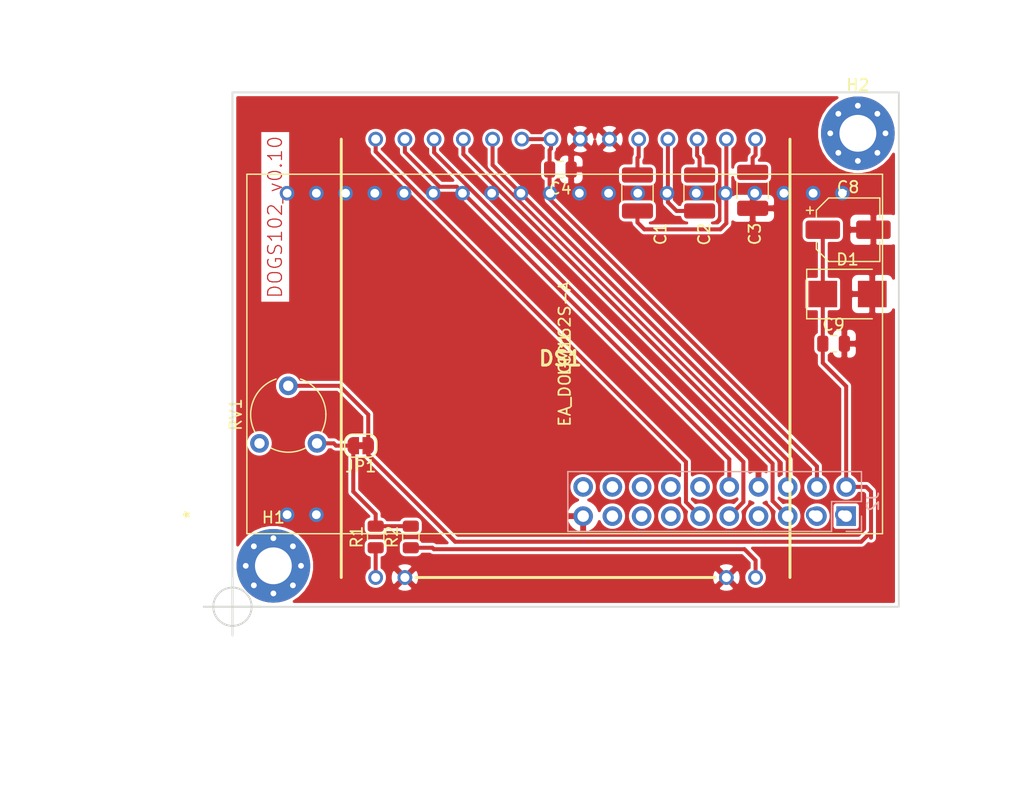
<source format=kicad_pcb>
(kicad_pcb (version 20171130) (host pcbnew "(5.1.12-1-10_14)")

  (general
    (thickness 1.6)
    (drawings 17)
    (tracks 74)
    (zones 0)
    (modules 16)
    (nets 19)
  )

  (page A4)
  (layers
    (0 Top signal)
    (31 Bottom signal)
    (32 B.Adhes user)
    (33 F.Adhes user)
    (34 B.Paste user)
    (35 F.Paste user)
    (36 B.SilkS user)
    (37 F.SilkS user)
    (38 B.Mask user)
    (39 F.Mask user)
    (40 Dwgs.User user)
    (41 Cmts.User user)
    (42 Eco1.User user)
    (43 Eco2.User user)
    (44 Edge.Cuts user)
    (45 Margin user)
    (46 B.CrtYd user)
    (47 F.CrtYd user)
    (48 B.Fab user)
    (49 F.Fab user)
  )

  (setup
    (last_trace_width 0.35)
    (trace_clearance 0.2)
    (zone_clearance 0.254)
    (zone_45_only no)
    (trace_min 0.2)
    (via_size 0.6)
    (via_drill 0.4)
    (via_min_size 0.4)
    (via_min_drill 0.3)
    (uvia_size 0.3)
    (uvia_drill 0.1)
    (uvias_allowed no)
    (uvia_min_size 0.2)
    (uvia_min_drill 0.1)
    (edge_width 0.15)
    (segment_width 0.2)
    (pcb_text_width 0.3)
    (pcb_text_size 1.5 1.5)
    (mod_edge_width 0.15)
    (mod_text_size 1 1)
    (mod_text_width 0.15)
    (pad_size 1.524 1.524)
    (pad_drill 0.762)
    (pad_to_mask_clearance 0.2)
    (aux_axis_origin 118.11 127)
    (grid_origin 118.11 127)
    (visible_elements FFFFFFFF)
    (pcbplotparams
      (layerselection 0x010f0_ffffffff)
      (usegerberextensions true)
      (usegerberattributes false)
      (usegerberadvancedattributes false)
      (creategerberjobfile false)
      (excludeedgelayer true)
      (linewidth 0.100000)
      (plotframeref false)
      (viasonmask false)
      (mode 1)
      (useauxorigin false)
      (hpglpennumber 1)
      (hpglpenspeed 20)
      (hpglpendiameter 15.000000)
      (psnegative false)
      (psa4output false)
      (plotreference true)
      (plotvalue true)
      (plotinvisibletext false)
      (padsonsilk false)
      (subtractmaskfromsilk false)
      (outputformat 1)
      (mirror false)
      (drillshape 0)
      (scaleselection 1)
      (outputdirectory "gerber/"))
  )

  (net 0 "")
  (net 1 GND)
  (net 2 +3V3)
  (net 3 "Net-(C1-Pad2)")
  (net 4 "Net-(C2-Pad1)")
  (net 5 "Net-(C2-Pad2)")
  (net 6 "Net-(C3-Pad2)")
  (net 7 "Net-(C1-Pad1)")
  (net 8 MOSI)
  (net 9 SCK)
  (net 10 "Net-(DS1-Pad14)")
  (net 11 "Net-(DS1-Pad1)")
  (net 12 "Net-(H1-Pad1)")
  (net 13 "Net-(H2-Pad1)")
  (net 14 INSTR.BEL)
  (net 15 D8)
  (net 16 D7)
  (net 17 D6)
  (net 18 LED)

  (net_class Default "Dies ist die voreingestellte Netzklasse."
    (clearance 0.2)
    (trace_width 0.35)
    (via_dia 0.6)
    (via_drill 0.4)
    (uvia_dia 0.3)
    (uvia_drill 0.1)
    (add_net +3V3)
    (add_net D6)
    (add_net D7)
    (add_net D8)
    (add_net GND)
    (add_net INSTR.BEL)
    (add_net LED)
    (add_net MOSI)
    (add_net "Net-(C1-Pad1)")
    (add_net "Net-(C1-Pad2)")
    (add_net "Net-(C2-Pad1)")
    (add_net "Net-(C2-Pad2)")
    (add_net "Net-(C3-Pad2)")
    (add_net "Net-(DS1-Pad1)")
    (add_net "Net-(DS1-Pad14)")
    (add_net "Net-(H1-Pad1)")
    (add_net "Net-(H2-Pad1)")
    (add_net "Net-(J2-Pad1)")
    (add_net "Net-(J2-Pad12)")
    (add_net "Net-(J2-Pad13)")
    (add_net "Net-(J2-Pad14)")
    (add_net "Net-(J2-Pad15)")
    (add_net "Net-(J2-Pad16)")
    (add_net "Net-(J2-Pad17)")
    (add_net "Net-(J2-Pad18)")
    (add_net "Net-(J2-Pad20)")
    (add_net "Net-(J2-Pad3)")
    (add_net "Net-(J2-Pad7)")
    (add_net "Net-(LCD1-Pad1)")
    (add_net "Net-(LCD1-Pad19)")
    (add_net "Net-(LCD1-Pad2)")
    (add_net "Net-(LCD1-Pad20)")
    (add_net "Net-(LCD1-Pad21)")
    (add_net "Net-(LCD1-Pad22)")
    (add_net "Net-(LCD1-Pad23)")
    (add_net "Net-(LCD1-Pad24)")
    (add_net "Net-(LCD1-Pad25)")
    (add_net "Net-(LCD1-Pad26)")
    (add_net "Net-(LCD1-Pad27)")
    (add_net "Net-(LCD1-Pad28)")
    (add_net "Net-(LCD1-Pad29)")
    (add_net "Net-(LCD1-Pad30)")
    (add_net "Net-(LCD1-Pad31)")
    (add_net "Net-(LCD1-Pad32)")
    (add_net "Net-(LCD1-Pad33)")
    (add_net "Net-(LCD1-Pad34)")
    (add_net "Net-(LCD1-Pad35)")
    (add_net "Net-(LCD1-Pad36)")
    (add_net "Net-(LCD1-Pad37)")
    (add_net "Net-(LCD1-Pad38)")
    (add_net "Net-(LCD1-Pad39)")
    (add_net "Net-(LCD1-Pad40)")
    (add_net "Net-(RV1-Pad3)")
    (add_net SCK)
  )

  (module "footprints:EA DOGM162S-A" (layer Top) (tedit 0) (tstamp 63CC9768)
    (at 122.86 119 90)
    (path /641F8543)
    (fp_text reference LCD1 (at 13.97 24.125499 90) (layer F.SilkS)
      (effects (font (size 1 1) (thickness 0.15)))
    )
    (fp_text value EA_DOGM162S-A (at 13.97 24.125499 90) (layer F.SilkS)
      (effects (font (size 1 1) (thickness 0.15)))
    )
    (fp_arc (start 13.97 -3.370001) (end 13.6652 -3.37) (angle -180) (layer F.Fab) (width 0.1))
    (fp_text user * (at 0 -8.433335 90) (layer F.SilkS)
      (effects (font (size 1 1) (thickness 0.15)))
    )
    (fp_text user * (at 0 -1.693332 90) (layer F.Fab)
      (effects (font (size 1 1) (thickness 0.15)))
    )
    (fp_text user * (at 0 -1.693332 90) (layer F.Fab)
      (effects (font (size 1 1) (thickness 0.15)))
    )
    (fp_text user * (at 0 -8.433335 90) (layer F.SilkS)
      (effects (font (size 1 1) (thickness 0.15)))
    )
    (fp_text user "Copyright 2021 Accelerated Designs. All rights reserved." (at 0 0 90) (layer Cmts.User)
      (effects (font (size 0.127 0.127) (thickness 0.002)))
    )
    (fp_line (start -1.778 51.874999) (end -1.778 -3.624001) (layer F.CrtYd) (width 0.05))
    (fp_line (start -1.778 -3.624001) (end 29.718 -3.624001) (layer F.CrtYd) (width 0.05))
    (fp_line (start 29.718 -3.624001) (end 29.718 51.874999) (layer F.CrtYd) (width 0.05))
    (fp_line (start 29.718 51.874999) (end -1.778 51.874999) (layer F.CrtYd) (width 0.05))
    (fp_line (start -1.524 24.125499) (end -1.524 -8.831001) (layer Cmts.User) (width 0.1))
    (fp_line (start 29.464 24.125499) (end 29.464 -8.831001) (layer Cmts.User) (width 0.1))
    (fp_line (start -1.524 -8.450001) (end 29.464 -8.450001) (layer Cmts.User) (width 0.1))
    (fp_line (start -1.524 -8.450001) (end -1.27 -8.577001) (layer Cmts.User) (width 0.1))
    (fp_line (start -1.524 -8.450001) (end -1.27 -8.323001) (layer Cmts.User) (width 0.1))
    (fp_line (start -1.27 -8.577001) (end -1.27 -8.323001) (layer Cmts.User) (width 0.1))
    (fp_line (start 29.464 -8.450001) (end 29.21 -8.577001) (layer Cmts.User) (width 0.1))
    (fp_line (start 29.464 -8.450001) (end 29.21 -8.323001) (layer Cmts.User) (width 0.1))
    (fp_line (start 29.21 -8.577001) (end 29.21 -8.323001) (layer Cmts.User) (width 0.1))
    (fp_line (start 0 24.125499) (end 0 -6.291001) (layer Cmts.User) (width 0.1))
    (fp_line (start 27.94 24.125499) (end 27.94 -6.291001) (layer Cmts.User) (width 0.1))
    (fp_line (start 0 -5.910001) (end 27.94 -5.910001) (layer Cmts.User) (width 0.1))
    (fp_line (start 0 -5.910001) (end 0.254 -6.037001) (layer Cmts.User) (width 0.1))
    (fp_line (start 0 -5.910001) (end 0.254 -5.783001) (layer Cmts.User) (width 0.1))
    (fp_line (start 0.254 -6.037001) (end 0.254 -5.783001) (layer Cmts.User) (width 0.1))
    (fp_line (start 27.94 -5.910001) (end 27.686 -6.037001) (layer Cmts.User) (width 0.1))
    (fp_line (start 27.94 -5.910001) (end 27.686 -5.783001) (layer Cmts.User) (width 0.1))
    (fp_line (start 27.686 -6.037001) (end 27.686 -5.783001) (layer Cmts.User) (width 0.1))
    (fp_line (start 13.97 -3.370001) (end -6.985 -3.370001) (layer Cmts.User) (width 0.1))
    (fp_line (start 29.464 0) (end -6.985 0) (layer Cmts.User) (width 0.1))
    (fp_line (start -6.604 -3.370001) (end -6.604 -4.640001) (layer Cmts.User) (width 0.1))
    (fp_line (start -6.604 0) (end -6.604 1.27) (layer Cmts.User) (width 0.1))
    (fp_line (start -6.604 -3.370001) (end -6.731 -3.624001) (layer Cmts.User) (width 0.1))
    (fp_line (start -6.604 -3.370001) (end -6.477 -3.624001) (layer Cmts.User) (width 0.1))
    (fp_line (start -6.731 -3.624001) (end -6.477 -3.624001) (layer Cmts.User) (width 0.1))
    (fp_line (start -6.604 0) (end -6.731 0.254) (layer Cmts.User) (width 0.1))
    (fp_line (start -6.604 0) (end -6.477 0.254) (layer Cmts.User) (width 0.1))
    (fp_line (start -6.731 0.254) (end -6.477 0.254) (layer Cmts.User) (width 0.1))
    (fp_line (start 13.97 0) (end 37.465 0) (layer Cmts.User) (width 0.1))
    (fp_line (start 29.464 2.54) (end 37.465 2.54) (layer Cmts.User) (width 0.1))
    (fp_line (start 37.084 0) (end 37.084 -1.27) (layer Cmts.User) (width 0.1))
    (fp_line (start 37.084 2.54) (end 37.084 3.81) (layer Cmts.User) (width 0.1))
    (fp_line (start 37.084 0) (end 36.957 -0.254) (layer Cmts.User) (width 0.1))
    (fp_line (start 37.084 0) (end 37.211 -0.254) (layer Cmts.User) (width 0.1))
    (fp_line (start 36.957 -0.254) (end 37.211 -0.254) (layer Cmts.User) (width 0.1))
    (fp_line (start 37.084 2.54) (end 36.957 2.794) (layer Cmts.User) (width 0.1))
    (fp_line (start 37.084 2.54) (end 37.211 2.794) (layer Cmts.User) (width 0.1))
    (fp_line (start 36.957 2.794) (end 37.211 2.794) (layer Cmts.User) (width 0.1))
    (fp_line (start 13.97 -3.370001) (end 40.005 -3.370001) (layer Cmts.User) (width 0.1))
    (fp_line (start 29.464 51.620999) (end 40.005 51.620999) (layer Cmts.User) (width 0.1))
    (fp_line (start 39.624 -3.370001) (end 39.624 51.620999) (layer Cmts.User) (width 0.1))
    (fp_line (start 39.624 -3.370001) (end 39.497 -3.116001) (layer Cmts.User) (width 0.1))
    (fp_line (start 39.624 -3.370001) (end 39.751 -3.116001) (layer Cmts.User) (width 0.1))
    (fp_line (start 39.497 -3.116001) (end 39.751 -3.116001) (layer Cmts.User) (width 0.1))
    (fp_line (start 39.624 51.620999) (end 39.497 51.366999) (layer Cmts.User) (width 0.1))
    (fp_line (start 39.624 51.620999) (end 39.751 51.366999) (layer Cmts.User) (width 0.1))
    (fp_line (start 39.497 51.366999) (end 39.751 51.366999) (layer Cmts.User) (width 0.1))
    (fp_line (start -1.651 51.747999) (end 29.591 51.747999) (layer F.SilkS) (width 0.12))
    (fp_line (start 29.591 51.747999) (end 29.591 -3.497001) (layer F.SilkS) (width 0.12))
    (fp_line (start 29.591 -3.497001) (end -1.651 -3.497001) (layer F.SilkS) (width 0.12))
    (fp_line (start -1.651 -3.497001) (end -1.651 51.747999) (layer F.SilkS) (width 0.12))
    (fp_line (start -1.524 51.620999) (end 29.464 51.620999) (layer F.Fab) (width 0.1))
    (fp_line (start 29.464 51.620999) (end 29.464 -3.370001) (layer F.Fab) (width 0.1))
    (fp_line (start 29.464 -3.370001) (end -1.524 -3.370001) (layer F.Fab) (width 0.1))
    (fp_line (start -1.524 -3.370001) (end -1.524 51.620999) (layer F.Fab) (width 0.1))
    (fp_line (start -1.778 51.874999) (end -1.778 -3.624001) (layer F.CrtYd) (width 0.05))
    (fp_line (start -1.778 -3.624001) (end 29.718 -3.624001) (layer F.CrtYd) (width 0.05))
    (fp_line (start 29.718 -3.624001) (end 29.718 51.874999) (layer F.CrtYd) (width 0.05))
    (fp_line (start 29.718 51.874999) (end -1.778 51.874999) (layer F.CrtYd) (width 0.05))
    (fp_line (start -1.524 51.620999) (end -1.524 -3.370001) (layer F.CrtYd) (width 0.05))
    (fp_line (start -1.524 -3.370001) (end 29.464 -3.370001) (layer F.CrtYd) (width 0.05))
    (fp_line (start 29.464 -3.370001) (end 29.464 51.620999) (layer F.CrtYd) (width 0.05))
    (fp_line (start 29.464 51.620999) (end -1.524 51.620999) (layer F.CrtYd) (width 0.05))
    (fp_circle (center 0.635 0) (end 0.635 0) (layer F.Fab) (width 0.1))
    (pad 40 thru_hole circle (at 27.94 0 90) (size 1.27 1.27) (drill 0.762) (layers *.Cu *.Mask))
    (pad 39 thru_hole circle (at 27.94 2.54 90) (size 1.27 1.27) (drill 0.762) (layers *.Cu *.Mask))
    (pad 38 thru_hole circle (at 27.94 5.08 90) (size 1.27 1.27) (drill 0.762) (layers *.Cu *.Mask))
    (pad 37 thru_hole circle (at 27.94 7.62 90) (size 1.27 1.27) (drill 0.762) (layers *.Cu *.Mask))
    (pad 36 thru_hole circle (at 27.94 10.16 90) (size 1.27 1.27) (drill 0.762) (layers *.Cu *.Mask))
    (pad 35 thru_hole circle (at 27.94 12.7 90) (size 1.27 1.27) (drill 0.762) (layers *.Cu *.Mask))
    (pad 34 thru_hole circle (at 27.94 15.24 90) (size 1.27 1.27) (drill 0.762) (layers *.Cu *.Mask))
    (pad 33 thru_hole circle (at 27.94 17.78 90) (size 1.27 1.27) (drill 0.762) (layers *.Cu *.Mask))
    (pad 32 thru_hole circle (at 27.94 20.32 90) (size 1.27 1.27) (drill 0.762) (layers *.Cu *.Mask))
    (pad 31 thru_hole circle (at 27.94 22.86 90) (size 1.27 1.27) (drill 0.762) (layers *.Cu *.Mask))
    (pad 30 thru_hole circle (at 27.94 25.4 90) (size 1.27 1.27) (drill 0.762) (layers *.Cu *.Mask))
    (pad 29 thru_hole circle (at 27.94 27.94 90) (size 1.27 1.27) (drill 0.762) (layers *.Cu *.Mask))
    (pad 28 thru_hole circle (at 27.94 30.48 90) (size 1.27 1.27) (drill 0.762) (layers *.Cu *.Mask))
    (pad 27 thru_hole circle (at 27.94 33.02 90) (size 1.27 1.27) (drill 0.762) (layers *.Cu *.Mask))
    (pad 26 thru_hole circle (at 27.94 35.56 90) (size 1.27 1.27) (drill 0.762) (layers *.Cu *.Mask))
    (pad 25 thru_hole circle (at 27.94 38.1 90) (size 1.27 1.27) (drill 0.762) (layers *.Cu *.Mask))
    (pad 24 thru_hole circle (at 27.94 40.64 90) (size 1.27 1.27) (drill 0.762) (layers *.Cu *.Mask))
    (pad 23 thru_hole circle (at 27.94 43.18 90) (size 1.27 1.27) (drill 0.762) (layers *.Cu *.Mask))
    (pad 22 thru_hole circle (at 27.94 45.72 90) (size 1.27 1.27) (drill 0.762) (layers *.Cu *.Mask))
    (pad 21 thru_hole circle (at 27.94 48.26 90) (size 1.27 1.27) (drill 0.762) (layers *.Cu *.Mask))
    (pad 20 thru_hole circle (at 0 48.26 90) (size 1.27 1.27) (drill 0.762) (layers *.Cu *.Mask))
    (pad 19 thru_hole circle (at 0 45.72 90) (size 1.27 1.27) (drill 0.762) (layers *.Cu *.Mask))
    (pad 2 thru_hole circle (at 0 2.54 90) (size 1.27 1.27) (drill 0.762) (layers *.Cu *.Mask))
    (pad 1 thru_hole circle (at 0 0 90) (size 1.27 1.27) (drill 0.762) (layers *.Cu *.Mask))
  )

  (module fiz-o-matic:EA-DOGS102W-6 (layer Top) (tedit 0) (tstamp 63CC69E8)
    (at 147.066 105.41)
    (descr EA-DOGS102W-6)
    (tags Display)
    (path /5E9C647E)
    (fp_text reference DS1 (at -0.45365 0.01496) (layer F.SilkS)
      (effects (font (size 1.27 1.27) (thickness 0.254)))
    )
    (fp_text value EA_DOGS102W-6 (at -0.45365 0.01496) (layer F.SilkS) hide
      (effects (font (size 1.27 1.27) (thickness 0.254)))
    )
    (fp_line (start -19.5 -19.05) (end 19.5 -19.05) (layer F.Fab) (width 0.254))
    (fp_line (start 19.5 -19.05) (end 19.5 19.05) (layer F.Fab) (width 0.254))
    (fp_line (start 19.5 19.05) (end -19.5 19.05) (layer F.Fab) (width 0.254))
    (fp_line (start -19.5 19.05) (end -19.5 -19.05) (layer F.Fab) (width 0.254))
    (fp_line (start -19.5 -19.05) (end -19.5 19.05) (layer F.SilkS) (width 0.254))
    (fp_line (start 19.5 -19.05) (end 19.5 19.05) (layer F.SilkS) (width 0.254))
    (fp_line (start -13 19.05) (end 13 19.05) (layer F.SilkS) (width 0.254))
    (fp_text user %R (at -0.45365 0.01496) (layer F.Fab)
      (effects (font (size 1.27 1.27) (thickness 0.254)))
    )
    (pad 15 thru_hole circle (at 16.51 -19.05) (size 1.28 1.28) (drill 0.78) (layers *.Cu *.Mask)
      (net 6 "Net-(C3-Pad2)"))
    (pad 16 thru_hole circle (at 13.97 -19.05) (size 1.28 1.28) (drill 0.78) (layers *.Cu *.Mask)
      (net 7 "Net-(C1-Pad1)"))
    (pad 17 thru_hole circle (at 11.43 -19.05) (size 1.28 1.28) (drill 0.78) (layers *.Cu *.Mask)
      (net 5 "Net-(C2-Pad2)"))
    (pad 18 thru_hole circle (at 8.89 -19.05) (size 1.28 1.28) (drill 0.78) (layers *.Cu *.Mask)
      (net 4 "Net-(C2-Pad1)"))
    (pad 19 thru_hole circle (at 6.35 -19.05) (size 1.28 1.28) (drill 0.78) (layers *.Cu *.Mask)
      (net 3 "Net-(C1-Pad2)"))
    (pad 20 thru_hole circle (at 3.81 -19.05) (size 1.28 1.28) (drill 0.78) (layers *.Cu *.Mask)
      (net 1 GND))
    (pad 21 thru_hole circle (at 1.27 -19.05) (size 1.28 1.28) (drill 0.78) (layers *.Cu *.Mask)
      (net 1 GND))
    (pad 22 thru_hole circle (at -1.27 -19.05) (size 1.28 1.28) (drill 0.78) (layers *.Cu *.Mask)
      (net 2 +3V3))
    (pad 23 thru_hole circle (at -3.81 -19.05) (size 1.28 1.28) (drill 0.78) (layers *.Cu *.Mask)
      (net 2 +3V3))
    (pad 24 thru_hole circle (at -6.35 -19.05) (size 1.28 1.28) (drill 0.78) (layers *.Cu *.Mask)
      (net 8 MOSI))
    (pad 25 thru_hole circle (at -8.89 -19.05) (size 1.28 1.28) (drill 0.78) (layers *.Cu *.Mask)
      (net 9 SCK))
    (pad 26 thru_hole circle (at -11.43 -19.05) (size 1.28 1.28) (drill 0.78) (layers *.Cu *.Mask)
      (net 17 D6))
    (pad 27 thru_hole circle (at -13.97 -19.05) (size 1.28 1.28) (drill 0.78) (layers *.Cu *.Mask)
      (net 16 D7))
    (pad 28 thru_hole circle (at -16.51 -19.05) (size 1.28 1.28) (drill 0.78) (layers *.Cu *.Mask)
      (net 15 D8))
    (pad 13 thru_hole circle (at 13.97 19.05) (size 1.28 1.28) (drill 0.78) (layers *.Cu *.Mask)
      (net 1 GND))
    (pad 14 thru_hole circle (at 16.51 19.05) (size 1.28 1.28) (drill 0.78) (layers *.Cu *.Mask)
      (net 10 "Net-(DS1-Pad14)"))
    (pad 2 thru_hole circle (at -13.97 19.05) (size 1.28 1.28) (drill 0.78) (layers *.Cu *.Mask)
      (net 1 GND))
    (pad 1 thru_hole circle (at -16.51 19.05) (size 1.28 1.28) (drill 0.78) (layers *.Cu *.Mask)
      (net 11 "Net-(DS1-Pad1)"))
  )

  (module Potentiometer_THT:Potentiometer_Piher_PT-6-V_Vertical (layer Top) (tedit 5A3D4993) (tstamp 63CC735C)
    (at 125.46 112.8 90)
    (descr "Potentiometer, vertical, Piher PT-6-V, http://www.piher-nacesa.com/pdf/11-PT6v03.pdf")
    (tags "Potentiometer vertical Piher PT-6-V")
    (path /641DCD19)
    (fp_text reference RV1 (at 2.5 -7.06 90) (layer F.SilkS)
      (effects (font (size 1 1) (thickness 0.15)))
    )
    (fp_text value R_POT (at 2.5 2.06 90) (layer F.Fab)
      (effects (font (size 1 1) (thickness 0.15)))
    )
    (fp_line (start 6.1 -6.1) (end -1.1 -6.1) (layer F.CrtYd) (width 0.05))
    (fp_line (start 6.1 1.1) (end 6.1 -6.1) (layer F.CrtYd) (width 0.05))
    (fp_line (start -1.1 1.1) (end 6.1 1.1) (layer F.CrtYd) (width 0.05))
    (fp_line (start -1.1 -6.1) (end -1.1 1.1) (layer F.CrtYd) (width 0.05))
    (fp_circle (center 2.5 -2.5) (end 3.4 -2.5) (layer F.Fab) (width 0.1))
    (fp_circle (center 2.5 -2.5) (end 5.65 -2.5) (layer F.Fab) (width 0.1))
    (fp_text user %R (at 0.55 -2.5) (layer F.Fab)
      (effects (font (size 1 1) (thickness 0.15)))
    )
    (fp_arc (start 2.5 -2.5) (end 1.015 0.414) (angle -28) (layer F.SilkS) (width 0.12))
    (fp_arc (start 2.5 -2.5) (end -0.414 -3.984) (angle -54) (layer F.SilkS) (width 0.12))
    (fp_arc (start 2.5 -2.5) (end 5.592 -3.564) (angle -98) (layer F.SilkS) (width 0.12))
    (fp_arc (start 2.5 -2.5) (end 2.5 0.77) (angle -71) (layer F.SilkS) (width 0.12))
    (pad 1 thru_hole circle (at 0 0 90) (size 1.62 1.62) (drill 0.9) (layers *.Cu *.Mask)
      (net 18 LED))
    (pad 2 thru_hole circle (at 5 -2.5 90) (size 1.62 1.62) (drill 0.9) (layers *.Cu *.Mask)
      (net 14 INSTR.BEL))
    (pad 3 thru_hole circle (at 0 -5 90) (size 1.62 1.62) (drill 0.9) (layers *.Cu *.Mask))
    (model ${KISYS3DMOD}/Potentiometer_THT.3dshapes/Potentiometer_Piher_PT-6-V_Vertical.wrl
      (at (xyz 0 0 0))
      (scale (xyz 1 1 1))
      (rotate (xyz 0 0 0))
    )
  )

  (module Jumper:SolderJumper-2_P1.3mm_Bridged_RoundedPad1.0x1.5mm (layer Top) (tedit 5C745284) (tstamp 63CC730A)
    (at 129.26 113 180)
    (descr "SMD Solder Jumper, 1x1.5mm, rounded Pads, 0.3mm gap, bridged with 1 copper strip")
    (tags "solder jumper open")
    (path /641DD983)
    (attr virtual)
    (fp_text reference JP1 (at 0 -1.8) (layer F.SilkS)
      (effects (font (size 1 1) (thickness 0.15)))
    )
    (fp_text value Jumper_NC_Small (at 0 1.9) (layer F.Fab)
      (effects (font (size 1 1) (thickness 0.15)))
    )
    (fp_poly (pts (xy 0.25 -0.3) (xy -0.25 -0.3) (xy -0.25 0.3) (xy 0.25 0.3)) (layer Top) (width 0))
    (fp_line (start 1.65 1.25) (end -1.65 1.25) (layer F.CrtYd) (width 0.05))
    (fp_line (start 1.65 1.25) (end 1.65 -1.25) (layer F.CrtYd) (width 0.05))
    (fp_line (start -1.65 -1.25) (end -1.65 1.25) (layer F.CrtYd) (width 0.05))
    (fp_line (start -1.65 -1.25) (end 1.65 -1.25) (layer F.CrtYd) (width 0.05))
    (fp_line (start -0.7 -1) (end 0.7 -1) (layer F.SilkS) (width 0.12))
    (fp_line (start 1.4 -0.3) (end 1.4 0.3) (layer F.SilkS) (width 0.12))
    (fp_line (start 0.7 1) (end -0.7 1) (layer F.SilkS) (width 0.12))
    (fp_line (start -1.4 0.3) (end -1.4 -0.3) (layer F.SilkS) (width 0.12))
    (fp_arc (start -0.7 -0.3) (end -0.7 -1) (angle -90) (layer F.SilkS) (width 0.12))
    (fp_arc (start -0.7 0.3) (end -1.4 0.3) (angle -90) (layer F.SilkS) (width 0.12))
    (fp_arc (start 0.7 0.3) (end 0.7 1) (angle -90) (layer F.SilkS) (width 0.12))
    (fp_arc (start 0.7 -0.3) (end 1.4 -0.3) (angle -90) (layer F.SilkS) (width 0.12))
    (pad 1 smd custom (at -0.65 0 180) (size 1 0.5) (layers Top F.Mask)
      (net 14 INSTR.BEL) (zone_connect 2)
      (options (clearance outline) (anchor rect))
      (primitives
        (gr_circle (center 0 0.25) (end 0.5 0.25) (width 0))
        (gr_circle (center 0 -0.25) (end 0.5 -0.25) (width 0))
        (gr_poly (pts
           (xy 0 -0.75) (xy 0.5 -0.75) (xy 0.5 0.75) (xy 0 0.75)) (width 0))
      ))
    (pad 2 smd custom (at 0.65 0 180) (size 1 0.5) (layers Top F.Mask)
      (net 18 LED) (zone_connect 2)
      (options (clearance outline) (anchor rect))
      (primitives
        (gr_circle (center 0 0.25) (end 0.5 0.25) (width 0))
        (gr_circle (center 0 -0.25) (end 0.5 -0.25) (width 0))
        (gr_poly (pts
           (xy 0 -0.75) (xy -0.5 -0.75) (xy -0.5 0.75) (xy 0 0.75)) (width 0))
      ))
  )

  (module Capacitor_SMD:C_1210_3225Metric_Pad1.33x2.70mm_HandSolder (layer Top) (tedit 5F68FEEF) (tstamp 5E99C7CF)
    (at 163.322 90.808 90)
    (descr "Capacitor SMD 1210 (3225 Metric), square (rectangular) end terminal, IPC_7351 nominal with elongated pad for handsoldering. (Body size source: IPC-SM-782 page 76, https://www.pcb-3d.com/wordpress/wp-content/uploads/ipc-sm-782a_amendment_1_and_2.pdf), generated with kicad-footprint-generator")
    (tags "capacitor handsolder")
    (path /5E9D351B)
    (attr smd)
    (fp_text reference C3 (at -3.792 0.188 90) (layer F.SilkS)
      (effects (font (size 1 1) (thickness 0.15)))
    )
    (fp_text value C (at 0 2.3 90) (layer F.Fab)
      (effects (font (size 1 1) (thickness 0.15)))
    )
    (fp_line (start -1.6 1.25) (end -1.6 -1.25) (layer F.Fab) (width 0.1))
    (fp_line (start -1.6 -1.25) (end 1.6 -1.25) (layer F.Fab) (width 0.1))
    (fp_line (start 1.6 -1.25) (end 1.6 1.25) (layer F.Fab) (width 0.1))
    (fp_line (start 1.6 1.25) (end -1.6 1.25) (layer F.Fab) (width 0.1))
    (fp_line (start -0.711252 -1.36) (end 0.711252 -1.36) (layer F.SilkS) (width 0.12))
    (fp_line (start -0.711252 1.36) (end 0.711252 1.36) (layer F.SilkS) (width 0.12))
    (fp_line (start -2.48 1.6) (end -2.48 -1.6) (layer F.CrtYd) (width 0.05))
    (fp_line (start -2.48 -1.6) (end 2.48 -1.6) (layer F.CrtYd) (width 0.05))
    (fp_line (start 2.48 -1.6) (end 2.48 1.6) (layer F.CrtYd) (width 0.05))
    (fp_line (start 2.48 1.6) (end -2.48 1.6) (layer F.CrtYd) (width 0.05))
    (fp_text user %R (at 0 0 90) (layer F.Fab)
      (effects (font (size 0.8 0.8) (thickness 0.12)))
    )
    (pad 2 smd roundrect (at 1.5625 0 90) (size 1.325 2.7) (layers Top F.Paste F.Mask) (roundrect_rratio 0.188679)
      (net 6 "Net-(C3-Pad2)"))
    (pad 1 smd roundrect (at -1.5625 0 90) (size 1.325 2.7) (layers Top F.Paste F.Mask) (roundrect_rratio 0.188679)
      (net 1 GND))
    (model ${KISYS3DMOD}/Capacitor_SMD.3dshapes/C_1210_3225Metric.wrl
      (at (xyz 0 0 0))
      (scale (xyz 1 1 1))
      (rotate (xyz 0 0 0))
    )
  )

  (module Capacitor_SMD:C_1210_3225Metric_Pad1.33x2.70mm_HandSolder (layer Top) (tedit 5F68FEEF) (tstamp 5E99C473)
    (at 158.71 91.0375 90)
    (descr "Capacitor SMD 1210 (3225 Metric), square (rectangular) end terminal, IPC_7351 nominal with elongated pad for handsoldering. (Body size source: IPC-SM-782 page 76, https://www.pcb-3d.com/wordpress/wp-content/uploads/ipc-sm-782a_amendment_1_and_2.pdf), generated with kicad-footprint-generator")
    (tags "capacitor handsolder")
    (path /5E9D12AB)
    (attr smd)
    (fp_text reference C2 (at -3.592 0.4 90) (layer F.SilkS)
      (effects (font (size 1 1) (thickness 0.15)))
    )
    (fp_text value C (at 0 2.3 90) (layer F.Fab)
      (effects (font (size 1 1) (thickness 0.15)))
    )
    (fp_line (start -1.6 1.25) (end -1.6 -1.25) (layer F.Fab) (width 0.1))
    (fp_line (start -1.6 -1.25) (end 1.6 -1.25) (layer F.Fab) (width 0.1))
    (fp_line (start 1.6 -1.25) (end 1.6 1.25) (layer F.Fab) (width 0.1))
    (fp_line (start 1.6 1.25) (end -1.6 1.25) (layer F.Fab) (width 0.1))
    (fp_line (start -0.711252 -1.36) (end 0.711252 -1.36) (layer F.SilkS) (width 0.12))
    (fp_line (start -0.711252 1.36) (end 0.711252 1.36) (layer F.SilkS) (width 0.12))
    (fp_line (start -2.48 1.6) (end -2.48 -1.6) (layer F.CrtYd) (width 0.05))
    (fp_line (start -2.48 -1.6) (end 2.48 -1.6) (layer F.CrtYd) (width 0.05))
    (fp_line (start 2.48 -1.6) (end 2.48 1.6) (layer F.CrtYd) (width 0.05))
    (fp_line (start 2.48 1.6) (end -2.48 1.6) (layer F.CrtYd) (width 0.05))
    (fp_text user %R (at 0 0 90) (layer F.Fab)
      (effects (font (size 0.8 0.8) (thickness 0.12)))
    )
    (pad 2 smd roundrect (at 1.5625 0 90) (size 1.325 2.7) (layers Top F.Paste F.Mask) (roundrect_rratio 0.188679)
      (net 5 "Net-(C2-Pad2)"))
    (pad 1 smd roundrect (at -1.5625 0 90) (size 1.325 2.7) (layers Top F.Paste F.Mask) (roundrect_rratio 0.188679)
      (net 4 "Net-(C2-Pad1)"))
    (model ${KISYS3DMOD}/Capacitor_SMD.3dshapes/C_1210_3225Metric.wrl
      (at (xyz 0 0 0))
      (scale (xyz 1 1 1))
      (rotate (xyz 0 0 0))
    )
  )

  (module Capacitor_SMD:C_1210_3225Metric_Pad1.33x2.70mm_HandSolder (layer Top) (tedit 5F68FEEF) (tstamp 5E99C8CD)
    (at 153.31 91.0375 90)
    (descr "Capacitor SMD 1210 (3225 Metric), square (rectangular) end terminal, IPC_7351 nominal with elongated pad for handsoldering. (Body size source: IPC-SM-782 page 76, https://www.pcb-3d.com/wordpress/wp-content/uploads/ipc-sm-782a_amendment_1_and_2.pdf), generated with kicad-footprint-generator")
    (tags "capacitor handsolder")
    (path /5E9D2623)
    (attr smd)
    (fp_text reference C1 (at -3.5625 2 90) (layer F.SilkS)
      (effects (font (size 1 1) (thickness 0.15)))
    )
    (fp_text value C (at 0 2.3 90) (layer F.Fab)
      (effects (font (size 1 1) (thickness 0.15)))
    )
    (fp_line (start -1.6 1.25) (end -1.6 -1.25) (layer F.Fab) (width 0.1))
    (fp_line (start -1.6 -1.25) (end 1.6 -1.25) (layer F.Fab) (width 0.1))
    (fp_line (start 1.6 -1.25) (end 1.6 1.25) (layer F.Fab) (width 0.1))
    (fp_line (start 1.6 1.25) (end -1.6 1.25) (layer F.Fab) (width 0.1))
    (fp_line (start -0.711252 -1.36) (end 0.711252 -1.36) (layer F.SilkS) (width 0.12))
    (fp_line (start -0.711252 1.36) (end 0.711252 1.36) (layer F.SilkS) (width 0.12))
    (fp_line (start -2.48 1.6) (end -2.48 -1.6) (layer F.CrtYd) (width 0.05))
    (fp_line (start -2.48 -1.6) (end 2.48 -1.6) (layer F.CrtYd) (width 0.05))
    (fp_line (start 2.48 -1.6) (end 2.48 1.6) (layer F.CrtYd) (width 0.05))
    (fp_line (start 2.48 1.6) (end -2.48 1.6) (layer F.CrtYd) (width 0.05))
    (fp_text user %R (at 0 0 90) (layer F.Fab)
      (effects (font (size 0.8 0.8) (thickness 0.12)))
    )
    (pad 2 smd roundrect (at 1.5625 0 90) (size 1.325 2.7) (layers Top F.Paste F.Mask) (roundrect_rratio 0.188679)
      (net 3 "Net-(C1-Pad2)"))
    (pad 1 smd roundrect (at -1.5625 0 90) (size 1.325 2.7) (layers Top F.Paste F.Mask) (roundrect_rratio 0.188679)
      (net 7 "Net-(C1-Pad1)"))
    (model ${KISYS3DMOD}/Capacitor_SMD.3dshapes/C_1210_3225Metric.wrl
      (at (xyz 0 0 0))
      (scale (xyz 1 1 1))
      (rotate (xyz 0 0 0))
    )
  )

  (module Connector_PinHeader_2.54mm:PinHeader_2x10_P2.54mm_Vertical (layer Bottom) (tedit 59FED5CC) (tstamp 6094A6A7)
    (at 171.45 119.126 90)
    (descr "Through hole straight pin header, 2x10, 2.54mm pitch, double rows")
    (tags "Through hole pin header THT 2x10 2.54mm double row")
    (path /60A0C959)
    (fp_text reference J2 (at 1.27 2.33 -90) (layer B.SilkS)
      (effects (font (size 1 1) (thickness 0.15)) (justify mirror))
    )
    (fp_text value Conn_02x10_Odd_Even (at 1.27 -25.19 -90) (layer B.Fab)
      (effects (font (size 1 1) (thickness 0.15)) (justify mirror))
    )
    (fp_line (start 0 1.27) (end 3.81 1.27) (layer B.Fab) (width 0.1))
    (fp_line (start 3.81 1.27) (end 3.81 -24.13) (layer B.Fab) (width 0.1))
    (fp_line (start 3.81 -24.13) (end -1.27 -24.13) (layer B.Fab) (width 0.1))
    (fp_line (start -1.27 -24.13) (end -1.27 0) (layer B.Fab) (width 0.1))
    (fp_line (start -1.27 0) (end 0 1.27) (layer B.Fab) (width 0.1))
    (fp_line (start -1.33 -24.19) (end 3.87 -24.19) (layer B.SilkS) (width 0.12))
    (fp_line (start -1.33 -1.27) (end -1.33 -24.19) (layer B.SilkS) (width 0.12))
    (fp_line (start 3.87 1.33) (end 3.87 -24.19) (layer B.SilkS) (width 0.12))
    (fp_line (start -1.33 -1.27) (end 1.27 -1.27) (layer B.SilkS) (width 0.12))
    (fp_line (start 1.27 -1.27) (end 1.27 1.33) (layer B.SilkS) (width 0.12))
    (fp_line (start 1.27 1.33) (end 3.87 1.33) (layer B.SilkS) (width 0.12))
    (fp_line (start -1.33 0) (end -1.33 1.33) (layer B.SilkS) (width 0.12))
    (fp_line (start -1.33 1.33) (end 0 1.33) (layer B.SilkS) (width 0.12))
    (fp_line (start -1.8 1.8) (end -1.8 -24.65) (layer B.CrtYd) (width 0.05))
    (fp_line (start -1.8 -24.65) (end 4.35 -24.65) (layer B.CrtYd) (width 0.05))
    (fp_line (start 4.35 -24.65) (end 4.35 1.8) (layer B.CrtYd) (width 0.05))
    (fp_line (start 4.35 1.8) (end -1.8 1.8) (layer B.CrtYd) (width 0.05))
    (fp_text user %R (at 1.27 -11.43) (layer B.Fab)
      (effects (font (size 1 1) (thickness 0.15)) (justify mirror))
    )
    (pad 20 thru_hole oval (at 2.54 -22.86 90) (size 1.7 1.7) (drill 1) (layers *.Cu *.Mask))
    (pad 19 thru_hole oval (at 0 -22.86 90) (size 1.7 1.7) (drill 1) (layers *.Cu *.Mask)
      (net 1 GND))
    (pad 18 thru_hole oval (at 2.54 -20.32 90) (size 1.7 1.7) (drill 1) (layers *.Cu *.Mask))
    (pad 17 thru_hole oval (at 0 -20.32 90) (size 1.7 1.7) (drill 1) (layers *.Cu *.Mask))
    (pad 16 thru_hole oval (at 2.54 -17.78 90) (size 1.7 1.7) (drill 1) (layers *.Cu *.Mask))
    (pad 15 thru_hole oval (at 0 -17.78 90) (size 1.7 1.7) (drill 1) (layers *.Cu *.Mask))
    (pad 14 thru_hole oval (at 2.54 -15.24 90) (size 1.7 1.7) (drill 1) (layers *.Cu *.Mask))
    (pad 13 thru_hole oval (at 0 -15.24 90) (size 1.7 1.7) (drill 1) (layers *.Cu *.Mask))
    (pad 12 thru_hole oval (at 2.54 -12.7 90) (size 1.7 1.7) (drill 1) (layers *.Cu *.Mask))
    (pad 11 thru_hole oval (at 0 -12.7 90) (size 1.7 1.7) (drill 1) (layers *.Cu *.Mask)
      (net 15 D8))
    (pad 10 thru_hole oval (at 2.54 -10.16 90) (size 1.7 1.7) (drill 1) (layers *.Cu *.Mask)
      (net 16 D7))
    (pad 9 thru_hole oval (at 0 -10.16 90) (size 1.7 1.7) (drill 1) (layers *.Cu *.Mask)
      (net 17 D6))
    (pad 8 thru_hole oval (at 2.54 -7.62 90) (size 1.7 1.7) (drill 1) (layers *.Cu *.Mask)
      (net 1 GND))
    (pad 7 thru_hole oval (at 0 -7.62 90) (size 1.7 1.7) (drill 1) (layers *.Cu *.Mask))
    (pad 6 thru_hole oval (at 2.54 -5.08 90) (size 1.7 1.7) (drill 1) (layers *.Cu *.Mask)
      (net 8 MOSI))
    (pad 5 thru_hole oval (at 0 -5.08 90) (size 1.7 1.7) (drill 1) (layers *.Cu *.Mask)
      (net 9 SCK))
    (pad 4 thru_hole oval (at 2.54 -2.54 90) (size 1.7 1.7) (drill 1) (layers *.Cu *.Mask)
      (net 2 +3V3))
    (pad 3 thru_hole oval (at 0 -2.54 90) (size 1.7 1.7) (drill 1) (layers *.Cu *.Mask))
    (pad 2 thru_hole oval (at 2.54 0 90) (size 1.7 1.7) (drill 1) (layers *.Cu *.Mask)
      (net 14 INSTR.BEL))
    (pad 1 thru_hole rect (at 0 0 90) (size 1.7 1.7) (drill 1) (layers *.Cu *.Mask))
    (model ${KISYS3DMOD}/Connector_PinHeader_2.54mm.3dshapes/PinHeader_2x10_P2.54mm_Vertical.wrl
      (at (xyz 0 0 0))
      (scale (xyz 1 1 1))
      (rotate (xyz 0 0 0))
    )
  )

  (module MountingHole:MountingHole_3.2mm_M3_Pad_Via (layer Top) (tedit 56DDBCCA) (tstamp 5E99E1ED)
    (at 172.466 85.852)
    (descr "Mounting Hole 3.2mm, M3")
    (tags "mounting hole 3.2mm m3")
    (path /5EA23C46)
    (attr virtual)
    (fp_text reference H2 (at 0 -4.2) (layer F.SilkS)
      (effects (font (size 1 1) (thickness 0.15)))
    )
    (fp_text value MountingHole_Pad (at 0 4.2) (layer F.Fab)
      (effects (font (size 1 1) (thickness 0.15)))
    )
    (fp_circle (center 0 0) (end 3.2 0) (layer Cmts.User) (width 0.15))
    (fp_circle (center 0 0) (end 3.45 0) (layer F.CrtYd) (width 0.05))
    (fp_text user %R (at 0.3 0) (layer F.Fab)
      (effects (font (size 1 1) (thickness 0.15)))
    )
    (pad 1 thru_hole circle (at 1.697056 -1.697056) (size 0.8 0.8) (drill 0.5) (layers *.Cu *.Mask)
      (net 13 "Net-(H2-Pad1)"))
    (pad 1 thru_hole circle (at 0 -2.4) (size 0.8 0.8) (drill 0.5) (layers *.Cu *.Mask)
      (net 13 "Net-(H2-Pad1)"))
    (pad 1 thru_hole circle (at -1.697056 -1.697056) (size 0.8 0.8) (drill 0.5) (layers *.Cu *.Mask)
      (net 13 "Net-(H2-Pad1)"))
    (pad 1 thru_hole circle (at -2.4 0) (size 0.8 0.8) (drill 0.5) (layers *.Cu *.Mask)
      (net 13 "Net-(H2-Pad1)"))
    (pad 1 thru_hole circle (at -1.697056 1.697056) (size 0.8 0.8) (drill 0.5) (layers *.Cu *.Mask)
      (net 13 "Net-(H2-Pad1)"))
    (pad 1 thru_hole circle (at 0 2.4) (size 0.8 0.8) (drill 0.5) (layers *.Cu *.Mask)
      (net 13 "Net-(H2-Pad1)"))
    (pad 1 thru_hole circle (at 1.697056 1.697056) (size 0.8 0.8) (drill 0.5) (layers *.Cu *.Mask)
      (net 13 "Net-(H2-Pad1)"))
    (pad 1 thru_hole circle (at 2.4 0) (size 0.8 0.8) (drill 0.5) (layers *.Cu *.Mask)
      (net 13 "Net-(H2-Pad1)"))
    (pad 1 thru_hole circle (at 0 0) (size 6.4 6.4) (drill 3.2) (layers *.Cu *.Mask)
      (net 13 "Net-(H2-Pad1)"))
  )

  (module MountingHole:MountingHole_3.2mm_M3_Pad_Via (layer Top) (tedit 56DDBCCA) (tstamp 5E99E1E5)
    (at 121.666 123.444)
    (descr "Mounting Hole 3.2mm, M3")
    (tags "mounting hole 3.2mm m3")
    (path /5EA236FD)
    (attr virtual)
    (fp_text reference H1 (at 0 -4.2) (layer F.SilkS)
      (effects (font (size 1 1) (thickness 0.15)))
    )
    (fp_text value MountingHole_Pad (at 0 4.2) (layer F.Fab)
      (effects (font (size 1 1) (thickness 0.15)))
    )
    (fp_circle (center 0 0) (end 3.2 0) (layer Cmts.User) (width 0.15))
    (fp_circle (center 0 0) (end 3.45 0) (layer F.CrtYd) (width 0.05))
    (fp_text user %R (at 0.3 0) (layer F.Fab)
      (effects (font (size 1 1) (thickness 0.15)))
    )
    (pad 1 thru_hole circle (at 1.697056 -1.697056) (size 0.8 0.8) (drill 0.5) (layers *.Cu *.Mask)
      (net 12 "Net-(H1-Pad1)"))
    (pad 1 thru_hole circle (at 0 -2.4) (size 0.8 0.8) (drill 0.5) (layers *.Cu *.Mask)
      (net 12 "Net-(H1-Pad1)"))
    (pad 1 thru_hole circle (at -1.697056 -1.697056) (size 0.8 0.8) (drill 0.5) (layers *.Cu *.Mask)
      (net 12 "Net-(H1-Pad1)"))
    (pad 1 thru_hole circle (at -2.4 0) (size 0.8 0.8) (drill 0.5) (layers *.Cu *.Mask)
      (net 12 "Net-(H1-Pad1)"))
    (pad 1 thru_hole circle (at -1.697056 1.697056) (size 0.8 0.8) (drill 0.5) (layers *.Cu *.Mask)
      (net 12 "Net-(H1-Pad1)"))
    (pad 1 thru_hole circle (at 0 2.4) (size 0.8 0.8) (drill 0.5) (layers *.Cu *.Mask)
      (net 12 "Net-(H1-Pad1)"))
    (pad 1 thru_hole circle (at 1.697056 1.697056) (size 0.8 0.8) (drill 0.5) (layers *.Cu *.Mask)
      (net 12 "Net-(H1-Pad1)"))
    (pad 1 thru_hole circle (at 2.4 0) (size 0.8 0.8) (drill 0.5) (layers *.Cu *.Mask)
      (net 12 "Net-(H1-Pad1)"))
    (pad 1 thru_hole circle (at 0 0) (size 6.4 6.4) (drill 3.2) (layers *.Cu *.Mask)
      (net 12 "Net-(H1-Pad1)"))
  )

  (module Resistor_SMD:R_0805_2012Metric (layer Top) (tedit 5B36C52B) (tstamp 60947467)
    (at 133.61 120.9375 90)
    (descr "Resistor SMD 0805 (2012 Metric), square (rectangular) end terminal, IPC_7351 nominal, (Body size source: https://docs.google.com/spreadsheets/d/1BsfQQcO9C6DZCsRaXUlFlo91Tg2WpOkGARC1WS5S8t0/edit?usp=sharing), generated with kicad-footprint-generator")
    (tags resistor)
    (path /609D5D07)
    (attr smd)
    (fp_text reference R2 (at 0 -1.65 90) (layer F.SilkS)
      (effects (font (size 1 1) (thickness 0.15)))
    )
    (fp_text value R (at 0 1.65 90) (layer F.Fab)
      (effects (font (size 1 1) (thickness 0.15)))
    )
    (fp_line (start -1 0.6) (end -1 -0.6) (layer F.Fab) (width 0.1))
    (fp_line (start -1 -0.6) (end 1 -0.6) (layer F.Fab) (width 0.1))
    (fp_line (start 1 -0.6) (end 1 0.6) (layer F.Fab) (width 0.1))
    (fp_line (start 1 0.6) (end -1 0.6) (layer F.Fab) (width 0.1))
    (fp_line (start -0.258578 -0.71) (end 0.258578 -0.71) (layer F.SilkS) (width 0.12))
    (fp_line (start -0.258578 0.71) (end 0.258578 0.71) (layer F.SilkS) (width 0.12))
    (fp_line (start -1.68 0.95) (end -1.68 -0.95) (layer F.CrtYd) (width 0.05))
    (fp_line (start -1.68 -0.95) (end 1.68 -0.95) (layer F.CrtYd) (width 0.05))
    (fp_line (start 1.68 -0.95) (end 1.68 0.95) (layer F.CrtYd) (width 0.05))
    (fp_line (start 1.68 0.95) (end -1.68 0.95) (layer F.CrtYd) (width 0.05))
    (fp_text user %R (at 0 0 90) (layer F.Fab)
      (effects (font (size 0.5 0.5) (thickness 0.08)))
    )
    (pad 2 smd roundrect (at 0.9375 0 90) (size 0.975 1.4) (layers Top F.Paste F.Mask) (roundrect_rratio 0.25)
      (net 18 LED))
    (pad 1 smd roundrect (at -0.9375 0 90) (size 0.975 1.4) (layers Top F.Paste F.Mask) (roundrect_rratio 0.25)
      (net 10 "Net-(DS1-Pad14)"))
    (model ${KISYS3DMOD}/Resistor_SMD.3dshapes/R_0805_2012Metric.wrl
      (at (xyz 0 0 0))
      (scale (xyz 1 1 1))
      (rotate (xyz 0 0 0))
    )
  )

  (module Resistor_SMD:R_0805_2012Metric (layer Top) (tedit 5B36C52B) (tstamp 60947456)
    (at 130.556 120.9375 90)
    (descr "Resistor SMD 0805 (2012 Metric), square (rectangular) end terminal, IPC_7351 nominal, (Body size source: https://docs.google.com/spreadsheets/d/1BsfQQcO9C6DZCsRaXUlFlo91Tg2WpOkGARC1WS5S8t0/edit?usp=sharing), generated with kicad-footprint-generator")
    (tags resistor)
    (path /609D53B1)
    (attr smd)
    (fp_text reference R1 (at 0 -1.65 90) (layer F.SilkS)
      (effects (font (size 1 1) (thickness 0.15)))
    )
    (fp_text value R (at 0 1.65 90) (layer F.Fab)
      (effects (font (size 1 1) (thickness 0.15)))
    )
    (fp_line (start -1 0.6) (end -1 -0.6) (layer F.Fab) (width 0.1))
    (fp_line (start -1 -0.6) (end 1 -0.6) (layer F.Fab) (width 0.1))
    (fp_line (start 1 -0.6) (end 1 0.6) (layer F.Fab) (width 0.1))
    (fp_line (start 1 0.6) (end -1 0.6) (layer F.Fab) (width 0.1))
    (fp_line (start -0.258578 -0.71) (end 0.258578 -0.71) (layer F.SilkS) (width 0.12))
    (fp_line (start -0.258578 0.71) (end 0.258578 0.71) (layer F.SilkS) (width 0.12))
    (fp_line (start -1.68 0.95) (end -1.68 -0.95) (layer F.CrtYd) (width 0.05))
    (fp_line (start -1.68 -0.95) (end 1.68 -0.95) (layer F.CrtYd) (width 0.05))
    (fp_line (start 1.68 -0.95) (end 1.68 0.95) (layer F.CrtYd) (width 0.05))
    (fp_line (start 1.68 0.95) (end -1.68 0.95) (layer F.CrtYd) (width 0.05))
    (fp_text user %R (at 0 0 90) (layer F.Fab)
      (effects (font (size 0.5 0.5) (thickness 0.08)))
    )
    (pad 2 smd roundrect (at 0.9375 0 90) (size 0.975 1.4) (layers Top F.Paste F.Mask) (roundrect_rratio 0.25)
      (net 18 LED))
    (pad 1 smd roundrect (at -0.9375 0 90) (size 0.975 1.4) (layers Top F.Paste F.Mask) (roundrect_rratio 0.25)
      (net 11 "Net-(DS1-Pad1)"))
    (model ${KISYS3DMOD}/Resistor_SMD.3dshapes/R_0805_2012Metric.wrl
      (at (xyz 0 0 0))
      (scale (xyz 1 1 1))
      (rotate (xyz 0 0 0))
    )
  )

  (module Diode_SMD:D_SMB (layer Top) (tedit 58645DF3) (tstamp 609473B5)
    (at 171.568 99.822)
    (descr "Diode SMB (DO-214AA)")
    (tags "Diode SMB (DO-214AA)")
    (path /609D436D)
    (attr smd)
    (fp_text reference D1 (at 0 -3) (layer F.SilkS)
      (effects (font (size 1 1) (thickness 0.15)))
    )
    (fp_text value SMBJ15CA (at 0 3.1) (layer F.Fab)
      (effects (font (size 1 1) (thickness 0.15)))
    )
    (fp_line (start -3.55 -2.15) (end -3.55 2.15) (layer F.SilkS) (width 0.12))
    (fp_line (start 2.3 2) (end -2.3 2) (layer F.Fab) (width 0.1))
    (fp_line (start -2.3 2) (end -2.3 -2) (layer F.Fab) (width 0.1))
    (fp_line (start 2.3 -2) (end 2.3 2) (layer F.Fab) (width 0.1))
    (fp_line (start 2.3 -2) (end -2.3 -2) (layer F.Fab) (width 0.1))
    (fp_line (start -3.65 -2.25) (end 3.65 -2.25) (layer F.CrtYd) (width 0.05))
    (fp_line (start 3.65 -2.25) (end 3.65 2.25) (layer F.CrtYd) (width 0.05))
    (fp_line (start 3.65 2.25) (end -3.65 2.25) (layer F.CrtYd) (width 0.05))
    (fp_line (start -3.65 2.25) (end -3.65 -2.25) (layer F.CrtYd) (width 0.05))
    (fp_line (start -0.64944 0.00102) (end -1.55114 0.00102) (layer F.Fab) (width 0.1))
    (fp_line (start 0.50118 0.00102) (end 1.4994 0.00102) (layer F.Fab) (width 0.1))
    (fp_line (start -0.64944 -0.79908) (end -0.64944 0.80112) (layer F.Fab) (width 0.1))
    (fp_line (start 0.50118 0.75032) (end 0.50118 -0.79908) (layer F.Fab) (width 0.1))
    (fp_line (start -0.64944 0.00102) (end 0.50118 0.75032) (layer F.Fab) (width 0.1))
    (fp_line (start -0.64944 0.00102) (end 0.50118 -0.79908) (layer F.Fab) (width 0.1))
    (fp_line (start -3.55 2.15) (end 2.15 2.15) (layer F.SilkS) (width 0.12))
    (fp_line (start -3.55 -2.15) (end 2.15 -2.15) (layer F.SilkS) (width 0.12))
    (fp_text user %R (at 0 -3) (layer F.Fab)
      (effects (font (size 1 1) (thickness 0.15)))
    )
    (pad 2 smd rect (at 2.15 0) (size 2.5 2.3) (layers Top F.Paste F.Mask)
      (net 1 GND))
    (pad 1 smd rect (at -2.15 0) (size 2.5 2.3) (layers Top F.Paste F.Mask)
      (net 14 INSTR.BEL))
    (model ${KISYS3DMOD}/Diode_SMD.3dshapes/D_SMB.wrl
      (at (xyz 0 0 0))
      (scale (xyz 1 1 1))
      (rotate (xyz 0 0 0))
    )
  )

  (module Capacitor_SMD:C_0805_2012Metric (layer Top) (tedit 5B36C52B) (tstamp 6094739D)
    (at 170.3555 104.14)
    (descr "Capacitor SMD 0805 (2012 Metric), square (rectangular) end terminal, IPC_7351 nominal, (Body size source: https://docs.google.com/spreadsheets/d/1BsfQQcO9C6DZCsRaXUlFlo91Tg2WpOkGARC1WS5S8t0/edit?usp=sharing), generated with kicad-footprint-generator")
    (tags capacitor)
    (path /609D2E32)
    (attr smd)
    (fp_text reference C9 (at 0 -1.65) (layer F.SilkS)
      (effects (font (size 1 1) (thickness 0.15)))
    )
    (fp_text value 100n (at 0 1.65) (layer F.Fab)
      (effects (font (size 1 1) (thickness 0.15)))
    )
    (fp_line (start -1 0.6) (end -1 -0.6) (layer F.Fab) (width 0.1))
    (fp_line (start -1 -0.6) (end 1 -0.6) (layer F.Fab) (width 0.1))
    (fp_line (start 1 -0.6) (end 1 0.6) (layer F.Fab) (width 0.1))
    (fp_line (start 1 0.6) (end -1 0.6) (layer F.Fab) (width 0.1))
    (fp_line (start -0.258578 -0.71) (end 0.258578 -0.71) (layer F.SilkS) (width 0.12))
    (fp_line (start -0.258578 0.71) (end 0.258578 0.71) (layer F.SilkS) (width 0.12))
    (fp_line (start -1.68 0.95) (end -1.68 -0.95) (layer F.CrtYd) (width 0.05))
    (fp_line (start -1.68 -0.95) (end 1.68 -0.95) (layer F.CrtYd) (width 0.05))
    (fp_line (start 1.68 -0.95) (end 1.68 0.95) (layer F.CrtYd) (width 0.05))
    (fp_line (start 1.68 0.95) (end -1.68 0.95) (layer F.CrtYd) (width 0.05))
    (fp_text user %R (at 0 0) (layer F.Fab)
      (effects (font (size 0.5 0.5) (thickness 0.08)))
    )
    (pad 2 smd roundrect (at 0.9375 0) (size 0.975 1.4) (layers Top F.Paste F.Mask) (roundrect_rratio 0.25)
      (net 1 GND))
    (pad 1 smd roundrect (at -0.9375 0) (size 0.975 1.4) (layers Top F.Paste F.Mask) (roundrect_rratio 0.25)
      (net 14 INSTR.BEL))
    (model ${KISYS3DMOD}/Capacitor_SMD.3dshapes/C_0805_2012Metric.wrl
      (at (xyz 0 0 0))
      (scale (xyz 1 1 1))
      (rotate (xyz 0 0 0))
    )
  )

  (module Capacitor_SMD:CP_Elec_5x3 (layer Top) (tedit 5BCA39CF) (tstamp 6094738C)
    (at 171.618 94.234)
    (descr "SMD capacitor, aluminum electrolytic, Nichicon, 5.0x3.0mm")
    (tags "capacitor electrolytic")
    (path /609D25A1)
    (attr smd)
    (fp_text reference C8 (at 0 -3.7) (layer F.SilkS)
      (effects (font (size 1 1) (thickness 0.15)))
    )
    (fp_text value CP (at 0 3.7) (layer F.Fab)
      (effects (font (size 1 1) (thickness 0.15)))
    )
    (fp_circle (center 0 0) (end 2.5 0) (layer F.Fab) (width 0.1))
    (fp_line (start 2.65 -2.65) (end 2.65 2.65) (layer F.Fab) (width 0.1))
    (fp_line (start -1.65 -2.65) (end 2.65 -2.65) (layer F.Fab) (width 0.1))
    (fp_line (start -1.65 2.65) (end 2.65 2.65) (layer F.Fab) (width 0.1))
    (fp_line (start -2.65 -1.65) (end -2.65 1.65) (layer F.Fab) (width 0.1))
    (fp_line (start -2.65 -1.65) (end -1.65 -2.65) (layer F.Fab) (width 0.1))
    (fp_line (start -2.65 1.65) (end -1.65 2.65) (layer F.Fab) (width 0.1))
    (fp_line (start -2.033956 -1.2) (end -1.533956 -1.2) (layer F.Fab) (width 0.1))
    (fp_line (start -1.783956 -1.45) (end -1.783956 -0.95) (layer F.Fab) (width 0.1))
    (fp_line (start 2.76 2.76) (end 2.76 1.06) (layer F.SilkS) (width 0.12))
    (fp_line (start 2.76 -2.76) (end 2.76 -1.06) (layer F.SilkS) (width 0.12))
    (fp_line (start -1.695563 -2.76) (end 2.76 -2.76) (layer F.SilkS) (width 0.12))
    (fp_line (start -1.695563 2.76) (end 2.76 2.76) (layer F.SilkS) (width 0.12))
    (fp_line (start -2.76 1.695563) (end -2.76 1.06) (layer F.SilkS) (width 0.12))
    (fp_line (start -2.76 -1.695563) (end -2.76 -1.06) (layer F.SilkS) (width 0.12))
    (fp_line (start -2.76 -1.695563) (end -1.695563 -2.76) (layer F.SilkS) (width 0.12))
    (fp_line (start -2.76 1.695563) (end -1.695563 2.76) (layer F.SilkS) (width 0.12))
    (fp_line (start -3.625 -1.685) (end -3 -1.685) (layer F.SilkS) (width 0.12))
    (fp_line (start -3.3125 -1.9975) (end -3.3125 -1.3725) (layer F.SilkS) (width 0.12))
    (fp_line (start 2.9 -2.9) (end 2.9 -1.05) (layer F.CrtYd) (width 0.05))
    (fp_line (start 2.9 -1.05) (end 3.95 -1.05) (layer F.CrtYd) (width 0.05))
    (fp_line (start 3.95 -1.05) (end 3.95 1.05) (layer F.CrtYd) (width 0.05))
    (fp_line (start 3.95 1.05) (end 2.9 1.05) (layer F.CrtYd) (width 0.05))
    (fp_line (start 2.9 1.05) (end 2.9 2.9) (layer F.CrtYd) (width 0.05))
    (fp_line (start -1.75 2.9) (end 2.9 2.9) (layer F.CrtYd) (width 0.05))
    (fp_line (start -1.75 -2.9) (end 2.9 -2.9) (layer F.CrtYd) (width 0.05))
    (fp_line (start -2.9 1.75) (end -1.75 2.9) (layer F.CrtYd) (width 0.05))
    (fp_line (start -2.9 -1.75) (end -1.75 -2.9) (layer F.CrtYd) (width 0.05))
    (fp_line (start -2.9 -1.75) (end -2.9 -1.05) (layer F.CrtYd) (width 0.05))
    (fp_line (start -2.9 1.05) (end -2.9 1.75) (layer F.CrtYd) (width 0.05))
    (fp_line (start -2.9 -1.05) (end -3.95 -1.05) (layer F.CrtYd) (width 0.05))
    (fp_line (start -3.95 -1.05) (end -3.95 1.05) (layer F.CrtYd) (width 0.05))
    (fp_line (start -3.95 1.05) (end -2.9 1.05) (layer F.CrtYd) (width 0.05))
    (fp_text user %R (at 0 0) (layer F.Fab)
      (effects (font (size 1 1) (thickness 0.15)))
    )
    (pad 2 smd roundrect (at 2.2 0) (size 3 1.6) (layers Top F.Paste F.Mask) (roundrect_rratio 0.15625)
      (net 1 GND))
    (pad 1 smd roundrect (at -2.2 0) (size 3 1.6) (layers Top F.Paste F.Mask) (roundrect_rratio 0.15625)
      (net 14 INSTR.BEL))
    (model ${KISYS3DMOD}/Capacitor_SMD.3dshapes/CP_Elec_5x3.wrl
      (at (xyz 0 0 0))
      (scale (xyz 1 1 1))
      (rotate (xyz 0 0 0))
    )
  )

  (module Capacitor_SMD:C_0805_2012Metric (layer Top) (tedit 5B36C52B) (tstamp 609453F1)
    (at 146.61 89 180)
    (descr "Capacitor SMD 0805 (2012 Metric), square (rectangular) end terminal, IPC_7351 nominal, (Body size source: https://docs.google.com/spreadsheets/d/1BsfQQcO9C6DZCsRaXUlFlo91Tg2WpOkGARC1WS5S8t0/edit?usp=sharing), generated with kicad-footprint-generator")
    (tags capacitor)
    (path /609B3978)
    (attr smd)
    (fp_text reference C4 (at 0 -1.65) (layer F.SilkS)
      (effects (font (size 1 1) (thickness 0.15)))
    )
    (fp_text value 100n (at 0 1.65) (layer F.Fab)
      (effects (font (size 1 1) (thickness 0.15)))
    )
    (fp_line (start -1 0.6) (end -1 -0.6) (layer F.Fab) (width 0.1))
    (fp_line (start -1 -0.6) (end 1 -0.6) (layer F.Fab) (width 0.1))
    (fp_line (start 1 -0.6) (end 1 0.6) (layer F.Fab) (width 0.1))
    (fp_line (start 1 0.6) (end -1 0.6) (layer F.Fab) (width 0.1))
    (fp_line (start -0.258578 -0.71) (end 0.258578 -0.71) (layer F.SilkS) (width 0.12))
    (fp_line (start -0.258578 0.71) (end 0.258578 0.71) (layer F.SilkS) (width 0.12))
    (fp_line (start -1.68 0.95) (end -1.68 -0.95) (layer F.CrtYd) (width 0.05))
    (fp_line (start -1.68 -0.95) (end 1.68 -0.95) (layer F.CrtYd) (width 0.05))
    (fp_line (start 1.68 -0.95) (end 1.68 0.95) (layer F.CrtYd) (width 0.05))
    (fp_line (start 1.68 0.95) (end -1.68 0.95) (layer F.CrtYd) (width 0.05))
    (fp_text user %R (at 0 0) (layer F.Fab)
      (effects (font (size 0.5 0.5) (thickness 0.08)))
    )
    (pad 2 smd roundrect (at 0.9375 0 180) (size 0.975 1.4) (layers Top F.Paste F.Mask) (roundrect_rratio 0.25)
      (net 2 +3V3))
    (pad 1 smd roundrect (at -0.9375 0 180) (size 0.975 1.4) (layers Top F.Paste F.Mask) (roundrect_rratio 0.25)
      (net 1 GND))
    (model ${KISYS3DMOD}/Capacitor_SMD.3dshapes/C_0805_2012Metric.wrl
      (at (xyz 0 0 0))
      (scale (xyz 1 1 1))
      (rotate (xyz 0 0 0))
    )
  )

  (dimension 4.572 (width 0.15) (layer Dwgs.User)
    (gr_text "4.572 mm" (at 173.736 137.19) (layer Dwgs.User)
      (effects (font (size 1 1) (thickness 0.15)))
    )
    (feature1 (pts (xy 171.45 119.38) (xy 171.45 136.476421)))
    (feature2 (pts (xy 176.022 119.38) (xy 176.022 136.476421)))
    (crossbar (pts (xy 176.022 135.89) (xy 171.45 135.89)))
    (arrow1a (pts (xy 171.45 135.89) (xy 172.576504 135.303579)))
    (arrow1b (pts (xy 171.45 135.89) (xy 172.576504 136.476421)))
    (arrow2a (pts (xy 176.022 135.89) (xy 174.895496 135.303579)))
    (arrow2b (pts (xy 176.022 135.89) (xy 174.895496 136.476421)))
  )
  (dimension 7.62 (width 0.15) (layer Dwgs.User)
    (gr_text "7.620 mm" (at 182.148 123.19 90) (layer Dwgs.User)
      (effects (font (size 1 1) (thickness 0.15)))
    )
    (feature1 (pts (xy 176.022 119.38) (xy 181.434421 119.38)))
    (feature2 (pts (xy 176.022 127) (xy 181.434421 127)))
    (crossbar (pts (xy 180.848 127) (xy 180.848 119.38)))
    (arrow1a (pts (xy 180.848 119.38) (xy 181.434421 120.506504)))
    (arrow1b (pts (xy 180.848 119.38) (xy 180.261579 120.506504)))
    (arrow2a (pts (xy 180.848 127) (xy 181.434421 125.873496)))
    (arrow2b (pts (xy 180.848 127) (xy 180.261579 125.873496)))
  )
  (gr_line (start 118.11 82.296) (end 176.022 82.296) (layer Edge.Cuts) (width 0.15) (tstamp 6094925E))
  (gr_line (start 176.022 127) (end 176.022 82.296) (layer Edge.Cuts) (width 0.15))
  (gr_line (start 118.11 127) (end 176.022 127) (layer Edge.Cuts) (width 0.15))
  (gr_line (start 118.11 127) (end 118.11 82.296) (layer Edge.Cuts) (width 0.15))
  (dimension 44.704 (width 0.15) (layer Dwgs.User)
    (gr_text "44.704 mm" (at 101.57 104.648 90) (layer Dwgs.User)
      (effects (font (size 1 1) (thickness 0.15)))
    )
    (feature1 (pts (xy 118.11 82.296) (xy 102.283579 82.296)))
    (feature2 (pts (xy 118.11 127) (xy 102.283579 127)))
    (crossbar (pts (xy 102.87 127) (xy 102.87 82.296)))
    (arrow1a (pts (xy 102.87 82.296) (xy 103.456421 83.422504)))
    (arrow1b (pts (xy 102.87 82.296) (xy 102.283579 83.422504)))
    (arrow2a (pts (xy 102.87 127) (xy 103.456421 125.873496)))
    (arrow2b (pts (xy 102.87 127) (xy 102.283579 125.873496)))
  )
  (dimension 57.912 (width 0.15) (layer Dwgs.User)
    (gr_text "57.912 mm" (at 147.066 145.064) (layer Dwgs.User)
      (effects (font (size 1 1) (thickness 0.15)))
    )
    (feature1 (pts (xy 176.022 127) (xy 176.022 144.350421)))
    (feature2 (pts (xy 118.11 127) (xy 118.11 144.350421)))
    (crossbar (pts (xy 118.11 143.764) (xy 176.022 143.764)))
    (arrow1a (pts (xy 176.022 143.764) (xy 174.895496 144.350421)))
    (arrow1b (pts (xy 176.022 143.764) (xy 174.895496 143.177579)))
    (arrow2a (pts (xy 118.11 143.764) (xy 119.236504 144.350421)))
    (arrow2b (pts (xy 118.11 143.764) (xy 119.236504 143.177579)))
  )
  (dimension 5.334 (width 0.15) (layer Dwgs.User)
    (gr_text "5.334 mm" (at 176.403 131.602) (layer Dwgs.User)
      (effects (font (size 1 1) (thickness 0.15)))
    )
    (feature1 (pts (xy 173.736 127) (xy 173.736 130.888421)))
    (feature2 (pts (xy 179.07 127) (xy 179.07 130.888421)))
    (crossbar (pts (xy 179.07 130.302) (xy 173.736 130.302)))
    (arrow1a (pts (xy 173.736 130.302) (xy 174.862504 129.715579)))
    (arrow1b (pts (xy 173.736 130.302) (xy 174.862504 130.888421)))
    (arrow2a (pts (xy 179.07 130.302) (xy 177.943496 129.715579)))
    (arrow2b (pts (xy 179.07 130.302) (xy 177.943496 130.888421)))
  )
  (dimension 5.334 (width 0.15) (layer Dwgs.User)
    (gr_text "5.334 mm" (at 176.403 78.202) (layer Dwgs.User)
      (effects (font (size 1 1) (thickness 0.15)))
    )
    (feature1 (pts (xy 173.736 82.55) (xy 173.736 78.915579)))
    (feature2 (pts (xy 179.07 82.55) (xy 179.07 78.915579)))
    (crossbar (pts (xy 179.07 79.502) (xy 173.736 79.502)))
    (arrow1a (pts (xy 173.736 79.502) (xy 174.862504 78.915579)))
    (arrow1b (pts (xy 173.736 79.502) (xy 174.862504 80.088421)))
    (arrow2a (pts (xy 179.07 79.502) (xy 177.943496 78.915579)))
    (arrow2b (pts (xy 179.07 79.502) (xy 177.943496 80.088421)))
  )
  (dimension 5.334 (width 0.15) (layer Dwgs.User)
    (gr_text "5.334 mm" (at 120.777 131.602) (layer Dwgs.User)
      (effects (font (size 1 1) (thickness 0.15)))
    )
    (feature1 (pts (xy 123.444 127) (xy 123.444 130.888421)))
    (feature2 (pts (xy 118.11 127) (xy 118.11 130.888421)))
    (crossbar (pts (xy 118.11 130.302) (xy 123.444 130.302)))
    (arrow1a (pts (xy 123.444 130.302) (xy 122.317496 130.888421)))
    (arrow1b (pts (xy 123.444 130.302) (xy 122.317496 129.715579)))
    (arrow2a (pts (xy 118.11 130.302) (xy 119.236504 130.888421)))
    (arrow2b (pts (xy 118.11 130.302) (xy 119.236504 129.715579)))
  )
  (dimension 5.334 (width 0.15) (layer Dwgs.User)
    (gr_text "5.334 mm" (at 120.777 78.71) (layer Dwgs.User)
      (effects (font (size 1 1) (thickness 0.15)))
    )
    (feature1 (pts (xy 123.444 82.55) (xy 123.444 79.423579)))
    (feature2 (pts (xy 118.11 82.55) (xy 118.11 79.423579)))
    (crossbar (pts (xy 118.11 80.01) (xy 123.444 80.01)))
    (arrow1a (pts (xy 123.444 80.01) (xy 122.317496 80.596421)))
    (arrow1b (pts (xy 123.444 80.01) (xy 122.317496 79.423579)))
    (arrow2a (pts (xy 118.11 80.01) (xy 119.236504 80.596421)))
    (arrow2b (pts (xy 118.11 80.01) (xy 119.236504 79.423579)))
  )
  (target plus (at 118.11 127) (size 5) (width 0.15) (layer Edge.Cuts))
  (dimension 44.45 (width 0.3) (layer Dwgs.User)
    (gr_text "44,450 mm" (at 184.23 104.775 270) (layer Dwgs.User)
      (effects (font (size 1.5 1.5) (thickness 0.3)))
    )
    (feature1 (pts (xy 179.07 127) (xy 185.58 127)))
    (feature2 (pts (xy 179.07 82.55) (xy 185.58 82.55)))
    (crossbar (pts (xy 182.88 82.55) (xy 182.88 127)))
    (arrow1a (pts (xy 182.88 127) (xy 182.293579 125.873496)))
    (arrow1b (pts (xy 182.88 127) (xy 183.466421 125.873496)))
    (arrow2a (pts (xy 182.88 82.55) (xy 182.293579 83.676504)))
    (arrow2b (pts (xy 182.88 82.55) (xy 183.466421 83.676504)))
  )
  (dimension 60.96 (width 0.3) (layer Dwgs.User)
    (gr_text "60,960 mm" (at 148.59 76.12) (layer Dwgs.User)
      (effects (font (size 1.5 1.5) (thickness 0.3)))
    )
    (feature1 (pts (xy 179.07 82.55) (xy 179.07 74.77)))
    (feature2 (pts (xy 118.11 82.55) (xy 118.11 74.77)))
    (crossbar (pts (xy 118.11 77.47) (xy 179.07 77.47)))
    (arrow1a (pts (xy 179.07 77.47) (xy 177.943496 78.056421)))
    (arrow1b (pts (xy 179.07 77.47) (xy 177.943496 76.883579)))
    (arrow2a (pts (xy 118.11 77.47) (xy 119.236504 78.056421)))
    (arrow2b (pts (xy 118.11 77.47) (xy 119.236504 76.883579)))
  )
  (target plus (at 118.11 127) (size 5) (width 0.15) (layer Edge.Cuts))
  (gr_text DOGS102_v0.10 (at 121.11 86 90) (layer Top) (tstamp 7D3C610)
    (effects (font (size 1.2065 1.2065) (thickness 0.1016)) (justify right top))
  )

  (segment (start 145.6725 89) (end 145.6725 87.3125) (width 0.35) (layer Top) (net 2))
  (segment (start 145.796 87.189) (end 145.796 86.36) (width 0.35) (layer Top) (net 2))
  (segment (start 145.6725 87.3125) (end 145.796 87.189) (width 0.35) (layer Top) (net 2))
  (segment (start 143.256 86.36) (end 145.796 86.36) (width 0.35) (layer Top) (net 2))
  (segment (start 145.6725 89) (end 145.6725 91.5625) (width 0.35) (layer Top) (net 2))
  (segment (start 168.91 114.8) (end 168.91 116.586) (width 0.35) (layer Top) (net 2))
  (segment (start 145.6725 91.5625) (end 168.91 114.8) (width 0.35) (layer Top) (net 2))
  (segment (start 153.31 89.475) (end 153.31 88) (width 0.35) (layer Top) (net 3))
  (segment (start 153.416 87.894) (end 153.31 88) (width 0.35) (layer Top) (net 3))
  (segment (start 153.416 86.36) (end 153.416 87.894) (width 0.35) (layer Top) (net 3))
  (segment (start 155.956 86.36) (end 155.956 91.846) (width 0.35) (layer Top) (net 4))
  (segment (start 156.71 92.6) (end 158.71 92.6) (width 0.35) (layer Top) (net 4))
  (segment (start 155.956 91.846) (end 156.71 92.6) (width 0.35) (layer Top) (net 4))
  (segment (start 158.496 86.36) (end 158.496 87.786) (width 0.35) (layer Top) (net 5))
  (segment (start 158.71 88) (end 158.71 89.475) (width 0.35) (layer Top) (net 5))
  (segment (start 158.496 87.786) (end 158.71 88) (width 0.35) (layer Top) (net 5))
  (segment (start 163.322 89.2455) (end 163.322 87.988) (width 0.35) (layer Top) (net 6))
  (segment (start 163.576 87.734) (end 163.576 86.36) (width 0.35) (layer Top) (net 6))
  (segment (start 163.322 87.988) (end 163.576 87.734) (width 0.35) (layer Top) (net 6))
  (segment (start 161.036 86.36) (end 161.036 93.674) (width 0.35) (layer Top) (net 7))
  (segment (start 161.036 93.674) (end 160.51 94.2) (width 0.35) (layer Top) (net 7))
  (segment (start 160.51 94.2) (end 153.91 94.2) (width 0.35) (layer Top) (net 7))
  (segment (start 153.31 93.6) (end 153.31 92.6) (width 0.35) (layer Top) (net 7))
  (segment (start 153.91 94.2) (end 153.31 93.6) (width 0.35) (layer Top) (net 7))
  (segment (start 140.716 86.36) (end 140.716 88.606) (width 0.35) (layer Top) (net 8))
  (segment (start 166.37 114.26) (end 166.37 116.586) (width 0.35) (layer Top) (net 8))
  (segment (start 140.716 88.606) (end 166.37 114.26) (width 0.35) (layer Top) (net 8))
  (segment (start 165.055001 117.811001) (end 165.055001 114.554999) (width 0.35) (layer Top) (net 9))
  (segment (start 166.37 119.126) (end 165.055001 117.811001) (width 0.35) (layer Top) (net 9))
  (segment (start 138.176 87.675998) (end 138.176 86.36) (width 0.35) (layer Top) (net 9))
  (segment (start 165.055001 114.554999) (end 138.176 87.675998) (width 0.35) (layer Top) (net 9))
  (segment (start 133.61 121.875) (end 135.485 121.875) (width 0.35) (layer Top) (net 10))
  (segment (start 135.485 121.875) (end 135.61 122) (width 0.35) (layer Top) (net 10))
  (segment (start 135.61 122) (end 162.61 122) (width 0.35) (layer Top) (net 10))
  (segment (start 163.576 122.966) (end 163.576 124.46) (width 0.35) (layer Top) (net 10))
  (segment (start 162.61 122) (end 163.576 122.966) (width 0.35) (layer Top) (net 10))
  (segment (start 130.556 122.017) (end 130.556 124.46) (width 0.35) (layer Top) (net 11))
  (segment (start 169.418 94.234) (end 169.418 99.822) (width 0.35) (layer Top) (net 14))
  (segment (start 169.418 99.822) (end 169.418 104.14) (width 0.35) (layer Top) (net 14))
  (segment (start 171.45 116.586) (end 171.45 107.84) (width 0.35) (layer Top) (net 14))
  (segment (start 169.418 105.808) (end 169.418 104.14) (width 0.35) (layer Top) (net 14))
  (segment (start 171.45 107.84) (end 169.418 105.808) (width 0.35) (layer Top) (net 14))
  (segment (start 171.45 116.586) (end 173.196 116.586) (width 0.35) (layer Top) (net 14))
  (segment (start 173.196 116.586) (end 173.61 117) (width 0.35) (layer Top) (net 14))
  (segment (start 173.61 120.5) (end 173.61 121) (width 0.35) (layer Top) (net 14))
  (segment (start 173.61 117) (end 173.61 120.5) (width 0.35) (layer Top) (net 14))
  (segment (start 122.96 107.8) (end 127.41 107.8) (width 0.35) (layer Top) (net 14))
  (segment (start 129.91 110.3) (end 129.91 113) (width 0.35) (layer Top) (net 14))
  (segment (start 127.41 107.8) (end 129.91 110.3) (width 0.35) (layer Top) (net 14))
  (segment (start 172.75701 121.35299) (end 173.61 120.5) (width 0.35) (layer Top) (net 14))
  (segment (start 137.46299 121.35299) (end 172.75701 121.35299) (width 0.35) (layer Top) (net 14))
  (segment (start 129.91 113.8) (end 137.46299 121.35299) (width 0.35) (layer Top) (net 14))
  (segment (start 129.91 113) (end 129.91 113.8) (width 0.35) (layer Top) (net 14))
  (segment (start 157.524999 117.900999) (end 157.524999 114.414999) (width 0.35) (layer Top) (net 15))
  (segment (start 158.75 119.126) (end 157.524999 117.900999) (width 0.35) (layer Top) (net 15))
  (segment (start 130.556 87.446) (end 130.556 86.36) (width 0.35) (layer Top) (net 15))
  (segment (start 157.524999 114.414999) (end 130.556 87.446) (width 0.35) (layer Top) (net 15))
  (segment (start 161.29 116.586) (end 161.29 114.18) (width 0.35) (layer Top) (net 16))
  (segment (start 161.29 114.18) (end 137.61 90.5) (width 0.35) (layer Top) (net 16))
  (segment (start 137.61 90.5) (end 136.11 90.5) (width 0.35) (layer Top) (net 16))
  (segment (start 133.096 87.486) (end 133.096 86.36) (width 0.35) (layer Top) (net 16))
  (segment (start 136.11 90.5) (end 133.096 87.486) (width 0.35) (layer Top) (net 16))
  (segment (start 161.29 119.126) (end 162.515001 117.900999) (width 0.35) (layer Top) (net 17))
  (segment (start 135.636 86.36) (end 135.636 87.526) (width 0.35) (layer Top) (net 17))
  (segment (start 135.636 87.526) (end 144.61 96.5) (width 0.35) (layer Top) (net 17))
  (segment (start 144.61 96.5) (end 162.515001 114.405001) (width 0.35) (layer Top) (net 17))
  (segment (start 162.515001 117.900999) (end 162.515001 114.405001) (width 0.35) (layer Top) (net 17))
  (segment (start 128.61 113) (end 128.61 117) (width 0.35) (layer Top) (net 18))
  (segment (start 130.556 118.946) (end 130.556 120.142) (width 0.35) (layer Top) (net 18))
  (segment (start 128.61 117) (end 130.556 118.946) (width 0.35) (layer Top) (net 18))
  (segment (start 130.556 120) (end 133.61 120) (width 0.35) (layer Top) (net 18))
  (segment (start 125.46 112.8) (end 126.91 112.8) (width 0.35) (layer Top) (net 18))
  (segment (start 127.11 113) (end 128.61 113) (width 0.35) (layer Top) (net 18))
  (segment (start 126.91 112.8) (end 127.11 113) (width 0.35) (layer Top) (net 18))

  (zone (net 1) (net_name GND) (layer Top) (tstamp 0) (hatch edge 0.508)
    (connect_pads (clearance 0.254))
    (min_thickness 0.254)
    (fill yes (arc_segments 32) (thermal_gap 0.508) (thermal_bridge_width 0.508))
    (polygon
      (pts
        (xy 176.022 127) (xy 118.11 127) (xy 118.11 82.296) (xy 176.022 82.296)
      )
    )
    (filled_polygon
      (pts
        (xy 170.183246 83.070456) (xy 169.684456 83.569246) (xy 169.292559 84.15576) (xy 169.022616 84.807461) (xy 168.885 85.499302)
        (xy 168.885 86.204698) (xy 169.022616 86.896539) (xy 169.292559 87.54824) (xy 169.684456 88.134754) (xy 170.183246 88.633544)
        (xy 170.76976 89.025441) (xy 171.421461 89.295384) (xy 172.113302 89.433) (xy 172.818698 89.433) (xy 173.510539 89.295384)
        (xy 174.16224 89.025441) (xy 174.748754 88.633544) (xy 175.247544 88.134754) (xy 175.566001 87.658151) (xy 175.566001 92.84654)
        (xy 175.56218 92.844498) (xy 175.442482 92.808188) (xy 175.318 92.795928) (xy 174.10375 92.799) (xy 173.945 92.95775)
        (xy 173.945 94.107) (xy 173.965 94.107) (xy 173.965 94.361) (xy 173.945 94.361) (xy 173.945 95.51025)
        (xy 174.10375 95.669) (xy 175.318 95.672072) (xy 175.442482 95.659812) (xy 175.56218 95.623502) (xy 175.566001 95.62146)
        (xy 175.566001 98.455836) (xy 175.557502 98.42782) (xy 175.498537 98.317506) (xy 175.419185 98.220815) (xy 175.322494 98.141463)
        (xy 175.21218 98.082498) (xy 175.092482 98.046188) (xy 174.968 98.033928) (xy 174.00375 98.037) (xy 173.845 98.19575)
        (xy 173.845 99.695) (xy 173.865 99.695) (xy 173.865 99.949) (xy 173.845 99.949) (xy 173.845 101.44825)
        (xy 174.00375 101.607) (xy 174.968 101.610072) (xy 175.092482 101.597812) (xy 175.21218 101.561502) (xy 175.322494 101.502537)
        (xy 175.419185 101.423185) (xy 175.498537 101.326494) (xy 175.557502 101.21618) (xy 175.566001 101.188164) (xy 175.566 126.544)
        (xy 123.472152 126.544) (xy 123.948754 126.225544) (xy 124.447544 125.726754) (xy 124.839441 125.14024) (xy 125.109384 124.488539)
        (xy 125.247 123.796698) (xy 125.247 123.091302) (xy 125.109384 122.399461) (xy 124.839441 121.74776) (xy 124.761592 121.63125)
        (xy 129.473157 121.63125) (xy 129.473157 122.11875) (xy 129.485197 122.240992) (xy 129.520854 122.358537) (xy 129.578757 122.466866)
        (xy 129.656682 122.561818) (xy 129.751634 122.639743) (xy 129.859963 122.697646) (xy 129.977508 122.733303) (xy 130 122.735518)
        (xy 130.000001 123.603561) (xy 129.905151 123.666938) (xy 129.762938 123.809151) (xy 129.651202 123.976375) (xy 129.574237 124.162185)
        (xy 129.535 124.35944) (xy 129.535 124.56056) (xy 129.574237 124.757815) (xy 129.651202 124.943625) (xy 129.762938 125.110849)
        (xy 129.905151 125.253062) (xy 130.072375 125.364798) (xy 130.258185 125.441763) (xy 130.45544 125.481) (xy 130.65656 125.481)
        (xy 130.853815 125.441763) (xy 131.039625 125.364798) (xy 131.079168 125.338376) (xy 132.397229 125.338376) (xy 132.449402 125.566031)
        (xy 132.677601 125.670924) (xy 132.921881 125.729282) (xy 133.172851 125.738862) (xy 133.420868 125.699296) (xy 133.656401 125.612105)
        (xy 133.742598 125.566031) (xy 133.794771 125.338376) (xy 160.337229 125.338376) (xy 160.389402 125.566031) (xy 160.617601 125.670924)
        (xy 160.861881 125.729282) (xy 161.112851 125.738862) (xy 161.360868 125.699296) (xy 161.596401 125.612105) (xy 161.682598 125.566031)
        (xy 161.734771 125.338376) (xy 161.036 124.639605) (xy 160.337229 125.338376) (xy 133.794771 125.338376) (xy 133.096 124.639605)
        (xy 132.397229 125.338376) (xy 131.079168 125.338376) (xy 131.206849 125.253062) (xy 131.349062 125.110849) (xy 131.460798 124.943625)
        (xy 131.537763 124.757815) (xy 131.577 124.56056) (xy 131.577 124.536851) (xy 131.817138 124.536851) (xy 131.856704 124.784868)
        (xy 131.943895 125.020401) (xy 131.989969 125.106598) (xy 132.217624 125.158771) (xy 132.916395 124.46) (xy 133.275605 124.46)
        (xy 133.974376 125.158771) (xy 134.202031 125.106598) (xy 134.306924 124.878399) (xy 134.365282 124.634119) (xy 134.368994 124.536851)
        (xy 159.757138 124.536851) (xy 159.796704 124.784868) (xy 159.883895 125.020401) (xy 159.929969 125.106598) (xy 160.157624 125.158771)
        (xy 160.856395 124.46) (xy 161.215605 124.46) (xy 161.914376 125.158771) (xy 162.142031 125.106598) (xy 162.246924 124.878399)
        (xy 162.305282 124.634119) (xy 162.314862 124.383149) (xy 162.275296 124.135132) (xy 162.188105 123.899599) (xy 162.142031 123.813402)
        (xy 161.914376 123.761229) (xy 161.215605 124.46) (xy 160.856395 124.46) (xy 160.157624 123.761229) (xy 159.929969 123.813402)
        (xy 159.825076 124.041601) (xy 159.766718 124.285881) (xy 159.757138 124.536851) (xy 134.368994 124.536851) (xy 134.374862 124.383149)
        (xy 134.335296 124.135132) (xy 134.248105 123.899599) (xy 134.202031 123.813402) (xy 133.974376 123.761229) (xy 133.275605 124.46)
        (xy 132.916395 124.46) (xy 132.217624 123.761229) (xy 131.989969 123.813402) (xy 131.885076 124.041601) (xy 131.826718 124.285881)
        (xy 131.817138 124.536851) (xy 131.577 124.536851) (xy 131.577 124.35944) (xy 131.537763 124.162185) (xy 131.460798 123.976375)
        (xy 131.349062 123.809151) (xy 131.206849 123.666938) (xy 131.112 123.603562) (xy 131.112 123.581624) (xy 132.397229 123.581624)
        (xy 133.096 124.280395) (xy 133.794771 123.581624) (xy 160.337229 123.581624) (xy 161.036 124.280395) (xy 161.734771 123.581624)
        (xy 161.682598 123.353969) (xy 161.454399 123.249076) (xy 161.210119 123.190718) (xy 160.959149 123.181138) (xy 160.711132 123.220704)
        (xy 160.475599 123.307895) (xy 160.389402 123.353969) (xy 160.337229 123.581624) (xy 133.794771 123.581624) (xy 133.742598 123.353969)
        (xy 133.514399 123.249076) (xy 133.270119 123.190718) (xy 133.019149 123.181138) (xy 132.771132 123.220704) (xy 132.535599 123.307895)
        (xy 132.449402 123.353969) (xy 132.397229 123.581624) (xy 131.112 123.581624) (xy 131.112 122.735518) (xy 131.134492 122.733303)
        (xy 131.252037 122.697646) (xy 131.360366 122.639743) (xy 131.455318 122.561818) (xy 131.533243 122.466866) (xy 131.591146 122.358537)
        (xy 131.626803 122.240992) (xy 131.638843 122.11875) (xy 131.638843 121.63125) (xy 131.626803 121.509008) (xy 131.591146 121.391463)
        (xy 131.533243 121.283134) (xy 131.455318 121.188182) (xy 131.360366 121.110257) (xy 131.252037 121.052354) (xy 131.134492 121.016697)
        (xy 131.01225 121.004657) (xy 130.09975 121.004657) (xy 129.977508 121.016697) (xy 129.859963 121.052354) (xy 129.751634 121.110257)
        (xy 129.656682 121.188182) (xy 129.578757 121.283134) (xy 129.520854 121.391463) (xy 129.485197 121.509008) (xy 129.473157 121.63125)
        (xy 124.761592 121.63125) (xy 124.447544 121.161246) (xy 123.948754 120.662456) (xy 123.36224 120.270559) (xy 122.710539 120.000616)
        (xy 122.018698 119.863) (xy 121.313302 119.863) (xy 120.621461 120.000616) (xy 119.96976 120.270559) (xy 119.383246 120.662456)
        (xy 118.884456 121.161246) (xy 118.566 121.637848) (xy 118.566 112.682697) (xy 119.269 112.682697) (xy 119.269 112.917303)
        (xy 119.314769 113.147402) (xy 119.404549 113.36415) (xy 119.53489 113.559218) (xy 119.700782 113.72511) (xy 119.89585 113.855451)
        (xy 120.112598 113.945231) (xy 120.342697 113.991) (xy 120.577303 113.991) (xy 120.807402 113.945231) (xy 121.02415 113.855451)
        (xy 121.219218 113.72511) (xy 121.38511 113.559218) (xy 121.515451 113.36415) (xy 121.605231 113.147402) (xy 121.651 112.917303)
        (xy 121.651 112.682697) (xy 121.605231 112.452598) (xy 121.515451 112.23585) (xy 121.38511 112.040782) (xy 121.219218 111.87489)
        (xy 121.02415 111.744549) (xy 120.807402 111.654769) (xy 120.577303 111.609) (xy 120.342697 111.609) (xy 120.112598 111.654769)
        (xy 119.89585 111.744549) (xy 119.700782 111.87489) (xy 119.53489 112.040782) (xy 119.404549 112.23585) (xy 119.314769 112.452598)
        (xy 119.269 112.682697) (xy 118.566 112.682697) (xy 118.566 107.682697) (xy 121.769 107.682697) (xy 121.769 107.917303)
        (xy 121.814769 108.147402) (xy 121.904549 108.36415) (xy 122.03489 108.559218) (xy 122.200782 108.72511) (xy 122.39585 108.855451)
        (xy 122.612598 108.945231) (xy 122.842697 108.991) (xy 123.077303 108.991) (xy 123.307402 108.945231) (xy 123.52415 108.855451)
        (xy 123.719218 108.72511) (xy 123.88511 108.559218) (xy 124.015451 108.36415) (xy 124.018827 108.356) (xy 127.179699 108.356)
        (xy 129.354 110.530302) (xy 129.354001 111.872672) (xy 129.335311 111.874513) (xy 129.263492 111.896299) (xy 129.26 111.898166)
        (xy 129.256508 111.896299) (xy 129.184689 111.874513) (xy 129.11 111.867157) (xy 128.61 111.867157) (xy 128.58555 111.869565)
        (xy 128.560991 111.869565) (xy 128.486302 111.876921) (xy 128.390169 111.896043) (xy 128.318352 111.917828) (xy 128.227796 111.955337)
        (xy 128.161606 111.990717) (xy 128.080107 112.045173) (xy 128.022092 112.092784) (xy 127.952784 112.162092) (xy 127.905173 112.220107)
        (xy 127.850717 112.301606) (xy 127.815337 112.367796) (xy 127.783773 112.444) (xy 127.340301 112.444) (xy 127.322468 112.426167)
        (xy 127.305053 112.404947) (xy 127.220392 112.335466) (xy 127.123801 112.283838) (xy 127.018995 112.252045) (xy 126.937312 112.244)
        (xy 126.937304 112.244) (xy 126.91 112.241311) (xy 126.882696 112.244) (xy 126.518827 112.244) (xy 126.515451 112.23585)
        (xy 126.38511 112.040782) (xy 126.219218 111.87489) (xy 126.02415 111.744549) (xy 125.807402 111.654769) (xy 125.577303 111.609)
        (xy 125.342697 111.609) (xy 125.112598 111.654769) (xy 124.89585 111.744549) (xy 124.700782 111.87489) (xy 124.53489 112.040782)
        (xy 124.404549 112.23585) (xy 124.314769 112.452598) (xy 124.269 112.682697) (xy 124.269 112.917303) (xy 124.314769 113.147402)
        (xy 124.404549 113.36415) (xy 124.53489 113.559218) (xy 124.700782 113.72511) (xy 124.89585 113.855451) (xy 125.112598 113.945231)
        (xy 125.342697 113.991) (xy 125.577303 113.991) (xy 125.807402 113.945231) (xy 126.02415 113.855451) (xy 126.219218 113.72511)
        (xy 126.38511 113.559218) (xy 126.515451 113.36415) (xy 126.518827 113.356) (xy 126.679698 113.356) (xy 126.697535 113.373837)
        (xy 126.714947 113.395053) (xy 126.799608 113.464534) (xy 126.896199 113.516162) (xy 127.001005 113.547955) (xy 127.082688 113.556)
        (xy 127.082695 113.556) (xy 127.11 113.558689) (xy 127.137305 113.556) (xy 127.783773 113.556) (xy 127.815337 113.632204)
        (xy 127.850717 113.698394) (xy 127.905173 113.779893) (xy 127.952784 113.837908) (xy 128.022092 113.907216) (xy 128.054 113.933402)
        (xy 128.054001 116.972686) (xy 128.051311 117) (xy 128.062045 117.108994) (xy 128.072058 117.142) (xy 128.093839 117.213801)
        (xy 128.145467 117.310392) (xy 128.214948 117.395053) (xy 128.236162 117.412463) (xy 129.968214 119.144516) (xy 129.859963 119.177354)
        (xy 129.751634 119.235257) (xy 129.656682 119.313182) (xy 129.578757 119.408134) (xy 129.520854 119.516463) (xy 129.485197 119.634008)
        (xy 129.473157 119.75625) (xy 129.473157 120.24375) (xy 129.485197 120.365992) (xy 129.520854 120.483537) (xy 129.578757 120.591866)
        (xy 129.656682 120.686818) (xy 129.751634 120.764743) (xy 129.859963 120.822646) (xy 129.977508 120.858303) (xy 130.09975 120.870343)
        (xy 131.01225 120.870343) (xy 131.134492 120.858303) (xy 131.252037 120.822646) (xy 131.360366 120.764743) (xy 131.455318 120.686818)
        (xy 131.533243 120.591866) (xy 131.552414 120.556) (xy 132.613586 120.556) (xy 132.632757 120.591866) (xy 132.710682 120.686818)
        (xy 132.805634 120.764743) (xy 132.913963 120.822646) (xy 133.031508 120.858303) (xy 133.15375 120.870343) (xy 134.06625 120.870343)
        (xy 134.188492 120.858303) (xy 134.306037 120.822646) (xy 134.414366 120.764743) (xy 134.509318 120.686818) (xy 134.587243 120.591866)
        (xy 134.645146 120.483537) (xy 134.680803 120.365992) (xy 134.692843 120.24375) (xy 134.692843 119.75625) (xy 134.680803 119.634008)
        (xy 134.645146 119.516463) (xy 134.587243 119.408134) (xy 134.509318 119.313182) (xy 134.414366 119.235257) (xy 134.306037 119.177354)
        (xy 134.188492 119.141697) (xy 134.06625 119.129657) (xy 133.15375 119.129657) (xy 133.031508 119.141697) (xy 132.913963 119.177354)
        (xy 132.805634 119.235257) (xy 132.710682 119.313182) (xy 132.632757 119.408134) (xy 132.613586 119.444) (xy 131.552414 119.444)
        (xy 131.533243 119.408134) (xy 131.455318 119.313182) (xy 131.360366 119.235257) (xy 131.252037 119.177354) (xy 131.134492 119.141697)
        (xy 131.112 119.139482) (xy 131.112 118.973305) (xy 131.114689 118.946) (xy 131.112 118.918695) (xy 131.112 118.918688)
        (xy 131.103955 118.837005) (xy 131.078218 118.752162) (xy 131.072162 118.732198) (xy 131.020534 118.635608) (xy 130.968464 118.572161)
        (xy 130.96846 118.572157) (xy 130.951053 118.550947) (xy 130.929843 118.53354) (xy 129.166 116.769699) (xy 129.166 114.127328)
        (xy 129.184689 114.125487) (xy 129.256508 114.103701) (xy 129.26 114.101834) (xy 129.263492 114.103701) (xy 129.335311 114.125487)
        (xy 129.41 114.132843) (xy 129.463892 114.132843) (xy 129.514948 114.195053) (xy 129.536163 114.212464) (xy 136.767698 121.444)
        (xy 135.836252 121.444) (xy 135.795392 121.410466) (xy 135.698801 121.358838) (xy 135.593995 121.327045) (xy 135.512312 121.319)
        (xy 135.512304 121.319) (xy 135.485 121.316311) (xy 135.457696 121.319) (xy 134.606414 121.319) (xy 134.587243 121.283134)
        (xy 134.509318 121.188182) (xy 134.414366 121.110257) (xy 134.306037 121.052354) (xy 134.188492 121.016697) (xy 134.06625 121.004657)
        (xy 133.15375 121.004657) (xy 133.031508 121.016697) (xy 132.913963 121.052354) (xy 132.805634 121.110257) (xy 132.710682 121.188182)
        (xy 132.632757 121.283134) (xy 132.574854 121.391463) (xy 132.539197 121.509008) (xy 132.527157 121.63125) (xy 132.527157 122.11875)
        (xy 132.539197 122.240992) (xy 132.574854 122.358537) (xy 132.632757 122.466866) (xy 132.710682 122.561818) (xy 132.805634 122.639743)
        (xy 132.913963 122.697646) (xy 133.031508 122.733303) (xy 133.15375 122.745343) (xy 134.06625 122.745343) (xy 134.188492 122.733303)
        (xy 134.306037 122.697646) (xy 134.414366 122.639743) (xy 134.509318 122.561818) (xy 134.587243 122.466866) (xy 134.606414 122.431)
        (xy 135.258748 122.431) (xy 135.299608 122.464534) (xy 135.396199 122.516162) (xy 135.501005 122.547955) (xy 135.582688 122.556)
        (xy 135.582695 122.556) (xy 135.61 122.558689) (xy 135.637305 122.556) (xy 162.379699 122.556) (xy 163.02 123.196303)
        (xy 163.02 123.603561) (xy 162.925151 123.666938) (xy 162.782938 123.809151) (xy 162.671202 123.976375) (xy 162.594237 124.162185)
        (xy 162.555 124.35944) (xy 162.555 124.56056) (xy 162.594237 124.757815) (xy 162.671202 124.943625) (xy 162.782938 125.110849)
        (xy 162.925151 125.253062) (xy 163.092375 125.364798) (xy 163.278185 125.441763) (xy 163.47544 125.481) (xy 163.67656 125.481)
        (xy 163.873815 125.441763) (xy 164.059625 125.364798) (xy 164.226849 125.253062) (xy 164.369062 125.110849) (xy 164.480798 124.943625)
        (xy 164.557763 124.757815) (xy 164.597 124.56056) (xy 164.597 124.35944) (xy 164.557763 124.162185) (xy 164.480798 123.976375)
        (xy 164.369062 123.809151) (xy 164.226849 123.666938) (xy 164.132 123.603562) (xy 164.132 122.993304) (xy 164.134689 122.965999)
        (xy 164.132 122.938694) (xy 164.132 122.938688) (xy 164.123955 122.857005) (xy 164.092162 122.752199) (xy 164.040534 122.655608)
        (xy 164.007192 122.614981) (xy 163.988463 122.59216) (xy 163.98846 122.592157) (xy 163.971053 122.570947) (xy 163.949843 122.55354)
        (xy 163.305292 121.90899) (xy 172.729706 121.90899) (xy 172.75701 121.911679) (xy 172.784314 121.90899) (xy 172.784322 121.90899)
        (xy 172.866005 121.900945) (xy 172.970811 121.869152) (xy 173.067402 121.817524) (xy 173.152063 121.748043) (xy 173.169479 121.726822)
        (xy 173.385734 121.510568) (xy 173.3962 121.516162) (xy 173.501006 121.547955) (xy 173.61 121.55869) (xy 173.718995 121.547955)
        (xy 173.823801 121.516162) (xy 173.920392 121.464534) (xy 174.005053 121.395053) (xy 174.074534 121.310392) (xy 174.126162 121.213801)
        (xy 174.157955 121.108995) (xy 174.166 121.027312) (xy 174.166 120.527305) (xy 174.168689 120.500001) (xy 174.166 120.472696)
        (xy 174.166 117.027304) (xy 174.168689 116.999999) (xy 174.166 116.972694) (xy 174.166 116.972688) (xy 174.158486 116.896392)
        (xy 174.157955 116.891004) (xy 174.130288 116.799801) (xy 174.126162 116.786199) (xy 174.074534 116.689608) (xy 174.041192 116.648981)
        (xy 174.022463 116.62616) (xy 174.02246 116.626157) (xy 174.005053 116.604947) (xy 173.983842 116.587539) (xy 173.608468 116.212167)
        (xy 173.591053 116.190947) (xy 173.506392 116.121466) (xy 173.409801 116.069838) (xy 173.304995 116.038045) (xy 173.223312 116.03)
        (xy 173.223304 116.03) (xy 173.196 116.027311) (xy 173.168696 116.03) (xy 172.552122 116.03) (xy 172.540898 116.002903)
        (xy 172.40618 115.801283) (xy 172.234717 115.62982) (xy 172.033097 115.495102) (xy 172.006 115.483878) (xy 172.006 107.867304)
        (xy 172.008689 107.84) (xy 172.006 107.812695) (xy 172.006 107.812688) (xy 171.997955 107.731005) (xy 171.966162 107.626199)
        (xy 171.914534 107.529608) (xy 171.845053 107.444947) (xy 171.823837 107.427535) (xy 169.974 105.577699) (xy 169.974 105.136414)
        (xy 170.009866 105.117243) (xy 170.104818 105.039318) (xy 170.178246 104.949845) (xy 170.179688 104.964482) (xy 170.215998 105.08418)
        (xy 170.274963 105.194494) (xy 170.354315 105.291185) (xy 170.451006 105.370537) (xy 170.56132 105.429502) (xy 170.681018 105.465812)
        (xy 170.8055 105.478072) (xy 171.00725 105.475) (xy 171.166 105.31625) (xy 171.166 104.267) (xy 171.42 104.267)
        (xy 171.42 105.31625) (xy 171.57875 105.475) (xy 171.7805 105.478072) (xy 171.904982 105.465812) (xy 172.02468 105.429502)
        (xy 172.134994 105.370537) (xy 172.231685 105.291185) (xy 172.311037 105.194494) (xy 172.370002 105.08418) (xy 172.406312 104.964482)
        (xy 172.418572 104.84) (xy 172.4155 104.42575) (xy 172.25675 104.267) (xy 171.42 104.267) (xy 171.166 104.267)
        (xy 171.146 104.267) (xy 171.146 104.013) (xy 171.166 104.013) (xy 171.166 102.96375) (xy 171.42 102.96375)
        (xy 171.42 104.013) (xy 172.25675 104.013) (xy 172.4155 103.85425) (xy 172.418572 103.44) (xy 172.406312 103.315518)
        (xy 172.370002 103.19582) (xy 172.311037 103.085506) (xy 172.231685 102.988815) (xy 172.134994 102.909463) (xy 172.02468 102.850498)
        (xy 171.904982 102.814188) (xy 171.7805 102.801928) (xy 171.57875 102.805) (xy 171.42 102.96375) (xy 171.166 102.96375)
        (xy 171.00725 102.805) (xy 170.8055 102.801928) (xy 170.681018 102.814188) (xy 170.56132 102.850498) (xy 170.451006 102.909463)
        (xy 170.354315 102.988815) (xy 170.274963 103.085506) (xy 170.215998 103.19582) (xy 170.179688 103.315518) (xy 170.178246 103.330155)
        (xy 170.104818 103.240682) (xy 170.009866 103.162757) (xy 169.974 103.143586) (xy 169.974 101.354843) (xy 170.668 101.354843)
        (xy 170.742689 101.347487) (xy 170.814508 101.325701) (xy 170.880696 101.290322) (xy 170.938711 101.242711) (xy 170.986322 101.184696)
        (xy 171.021701 101.118508) (xy 171.043487 101.046689) (xy 171.050843 100.972) (xy 171.829928 100.972) (xy 171.842188 101.096482)
        (xy 171.878498 101.21618) (xy 171.937463 101.326494) (xy 172.016815 101.423185) (xy 172.113506 101.502537) (xy 172.22382 101.561502)
        (xy 172.343518 101.597812) (xy 172.468 101.610072) (xy 173.43225 101.607) (xy 173.591 101.44825) (xy 173.591 99.949)
        (xy 171.99175 99.949) (xy 171.833 100.10775) (xy 171.829928 100.972) (xy 171.050843 100.972) (xy 171.050843 98.672)
        (xy 171.829928 98.672) (xy 171.833 99.53625) (xy 171.99175 99.695) (xy 173.591 99.695) (xy 173.591 98.19575)
        (xy 173.43225 98.037) (xy 172.468 98.033928) (xy 172.343518 98.046188) (xy 172.22382 98.082498) (xy 172.113506 98.141463)
        (xy 172.016815 98.220815) (xy 171.937463 98.317506) (xy 171.878498 98.42782) (xy 171.842188 98.547518) (xy 171.829928 98.672)
        (xy 171.050843 98.672) (xy 171.043487 98.597311) (xy 171.021701 98.525492) (xy 170.986322 98.459304) (xy 170.938711 98.401289)
        (xy 170.880696 98.353678) (xy 170.814508 98.318299) (xy 170.742689 98.296513) (xy 170.668 98.289157) (xy 169.974 98.289157)
        (xy 169.974 95.416843) (xy 170.668 95.416843) (xy 170.791462 95.404683) (xy 170.910179 95.368671) (xy 171.019589 95.31019)
        (xy 171.115488 95.231488) (xy 171.19419 95.135589) (xy 171.24849 95.034) (xy 171.679928 95.034) (xy 171.692188 95.158482)
        (xy 171.728498 95.27818) (xy 171.787463 95.388494) (xy 171.866815 95.485185) (xy 171.963506 95.564537) (xy 172.07382 95.623502)
        (xy 172.193518 95.659812) (xy 172.318 95.672072) (xy 173.53225 95.669) (xy 173.691 95.51025) (xy 173.691 94.361)
        (xy 171.84175 94.361) (xy 171.683 94.51975) (xy 171.679928 95.034) (xy 171.24849 95.034) (xy 171.252671 95.026179)
        (xy 171.288683 94.907462) (xy 171.300843 94.784) (xy 171.300843 93.684) (xy 171.288683 93.560538) (xy 171.252671 93.441821)
        (xy 171.248491 93.434) (xy 171.679928 93.434) (xy 171.683 93.94825) (xy 171.84175 94.107) (xy 173.691 94.107)
        (xy 173.691 92.95775) (xy 173.53225 92.799) (xy 172.318 92.795928) (xy 172.193518 92.808188) (xy 172.07382 92.844498)
        (xy 171.963506 92.903463) (xy 171.866815 92.982815) (xy 171.787463 93.079506) (xy 171.728498 93.18982) (xy 171.692188 93.309518)
        (xy 171.679928 93.434) (xy 171.248491 93.434) (xy 171.19419 93.332411) (xy 171.115488 93.236512) (xy 171.019589 93.15781)
        (xy 170.910179 93.099329) (xy 170.791462 93.063317) (xy 170.668 93.051157) (xy 168.168 93.051157) (xy 168.044538 93.063317)
        (xy 167.925821 93.099329) (xy 167.816411 93.15781) (xy 167.720512 93.236512) (xy 167.64181 93.332411) (xy 167.583329 93.441821)
        (xy 167.547317 93.560538) (xy 167.535157 93.684) (xy 167.535157 94.784) (xy 167.547317 94.907462) (xy 167.583329 95.026179)
        (xy 167.64181 95.135589) (xy 167.720512 95.231488) (xy 167.816411 95.31019) (xy 167.925821 95.368671) (xy 168.044538 95.404683)
        (xy 168.168 95.416843) (xy 168.862 95.416843) (xy 168.862001 98.289157) (xy 168.168 98.289157) (xy 168.093311 98.296513)
        (xy 168.021492 98.318299) (xy 167.955304 98.353678) (xy 167.897289 98.401289) (xy 167.849678 98.459304) (xy 167.814299 98.525492)
        (xy 167.792513 98.597311) (xy 167.785157 98.672) (xy 167.785157 100.972) (xy 167.792513 101.046689) (xy 167.814299 101.118508)
        (xy 167.849678 101.184696) (xy 167.897289 101.242711) (xy 167.955304 101.290322) (xy 168.021492 101.325701) (xy 168.093311 101.347487)
        (xy 168.168 101.354843) (xy 168.862 101.354843) (xy 168.862001 103.143586) (xy 168.826134 103.162757) (xy 168.731182 103.240682)
        (xy 168.653257 103.335634) (xy 168.595354 103.443963) (xy 168.559697 103.561508) (xy 168.547657 103.68375) (xy 168.547657 104.59625)
        (xy 168.559697 104.718492) (xy 168.595354 104.836037) (xy 168.653257 104.944366) (xy 168.731182 105.039318) (xy 168.826134 105.117243)
        (xy 168.862 105.136414) (xy 168.862 105.780695) (xy 168.859311 105.808) (xy 168.862 105.835304) (xy 168.862 105.835311)
        (xy 168.870045 105.916994) (xy 168.901838 106.0218) (xy 168.953466 106.118392) (xy 169.022947 106.203053) (xy 169.044168 106.220469)
        (xy 170.894001 108.070303) (xy 170.894 115.483878) (xy 170.866903 115.495102) (xy 170.665283 115.62982) (xy 170.49382 115.801283)
        (xy 170.359102 116.002903) (xy 170.266307 116.226931) (xy 170.219 116.464757) (xy 170.219 116.707243) (xy 170.266307 116.945069)
        (xy 170.359102 117.169097) (xy 170.49382 117.370717) (xy 170.665283 117.54218) (xy 170.866903 117.676898) (xy 171.090931 117.769693)
        (xy 171.328757 117.817) (xy 171.571243 117.817) (xy 171.809069 117.769693) (xy 172.033097 117.676898) (xy 172.234717 117.54218)
        (xy 172.40618 117.370717) (xy 172.540898 117.169097) (xy 172.552122 117.142) (xy 172.965698 117.142) (xy 173.054 117.230302)
        (xy 173.054001 120.269697) (xy 172.526709 120.79699) (xy 137.693292 120.79699) (xy 136.379193 119.482891) (xy 147.148519 119.482891)
        (xy 147.245843 119.757252) (xy 147.394822 120.007355) (xy 147.589731 120.223588) (xy 147.82308 120.397641) (xy 148.085901 120.522825)
        (xy 148.23311 120.567476) (xy 148.463 120.446155) (xy 148.463 119.253) (xy 147.269186 119.253) (xy 147.148519 119.482891)
        (xy 136.379193 119.482891) (xy 135.665411 118.769109) (xy 147.148519 118.769109) (xy 147.269186 118.999) (xy 148.463 118.999)
        (xy 148.463 118.979) (xy 148.717 118.979) (xy 148.717 118.999) (xy 148.737 118.999) (xy 148.737 119.253)
        (xy 148.717 119.253) (xy 148.717 120.446155) (xy 148.94689 120.567476) (xy 149.094099 120.522825) (xy 149.35692 120.397641)
        (xy 149.590269 120.223588) (xy 149.785178 120.007355) (xy 149.934157 119.757252) (xy 149.991772 119.594832) (xy 150.039102 119.709097)
        (xy 150.17382 119.910717) (xy 150.345283 120.08218) (xy 150.546903 120.216898) (xy 150.770931 120.309693) (xy 151.008757 120.357)
        (xy 151.251243 120.357) (xy 151.489069 120.309693) (xy 151.713097 120.216898) (xy 151.914717 120.08218) (xy 152.08618 119.910717)
        (xy 152.220898 119.709097) (xy 152.313693 119.485069) (xy 152.361 119.247243) (xy 152.361 119.004757) (xy 152.439 119.004757)
        (xy 152.439 119.247243) (xy 152.486307 119.485069) (xy 152.579102 119.709097) (xy 152.71382 119.910717) (xy 152.885283 120.08218)
        (xy 153.086903 120.216898) (xy 153.310931 120.309693) (xy 153.548757 120.357) (xy 153.791243 120.357) (xy 154.029069 120.309693)
        (xy 154.253097 120.216898) (xy 154.454717 120.08218) (xy 154.62618 119.910717) (xy 154.760898 119.709097) (xy 154.853693 119.485069)
        (xy 154.901 119.247243) (xy 154.901 119.004757) (xy 154.979 119.004757) (xy 154.979 119.247243) (xy 155.026307 119.485069)
        (xy 155.119102 119.709097) (xy 155.25382 119.910717) (xy 155.425283 120.08218) (xy 155.626903 120.216898) (xy 155.850931 120.309693)
        (xy 156.088757 120.357) (xy 156.331243 120.357) (xy 156.569069 120.309693) (xy 156.793097 120.216898) (xy 156.994717 120.08218)
        (xy 157.16618 119.910717) (xy 157.300898 119.709097) (xy 157.393693 119.485069) (xy 157.441 119.247243) (xy 157.441 119.004757)
        (xy 157.393693 118.766931) (xy 157.300898 118.542903) (xy 157.16618 118.341283) (xy 156.994717 118.16982) (xy 156.793097 118.035102)
        (xy 156.569069 117.942307) (xy 156.331243 117.895) (xy 156.088757 117.895) (xy 155.850931 117.942307) (xy 155.626903 118.035102)
        (xy 155.425283 118.16982) (xy 155.25382 118.341283) (xy 155.119102 118.542903) (xy 155.026307 118.766931) (xy 154.979 119.004757)
        (xy 154.901 119.004757) (xy 154.853693 118.766931) (xy 154.760898 118.542903) (xy 154.62618 118.341283) (xy 154.454717 118.16982)
        (xy 154.253097 118.035102) (xy 154.029069 117.942307) (xy 153.791243 117.895) (xy 153.548757 117.895) (xy 153.310931 117.942307)
        (xy 153.086903 118.035102) (xy 152.885283 118.16982) (xy 152.71382 118.341283) (xy 152.579102 118.542903) (xy 152.486307 118.766931)
        (xy 152.439 119.004757) (xy 152.361 119.004757) (xy 152.313693 118.766931) (xy 152.220898 118.542903) (xy 152.08618 118.341283)
        (xy 151.914717 118.16982) (xy 151.713097 118.035102) (xy 151.489069 117.942307) (xy 151.251243 117.895) (xy 151.008757 117.895)
        (xy 150.770931 117.942307) (xy 150.546903 118.035102) (xy 150.345283 118.16982) (xy 150.17382 118.341283) (xy 150.039102 118.542903)
        (xy 149.991772 118.657168) (xy 149.934157 118.494748) (xy 149.785178 118.244645) (xy 149.590269 118.028412) (xy 149.35692 117.854359)
        (xy 149.094099 117.729175) (xy 149.066846 117.720909) (xy 149.173097 117.676898) (xy 149.374717 117.54218) (xy 149.54618 117.370717)
        (xy 149.680898 117.169097) (xy 149.773693 116.945069) (xy 149.821 116.707243) (xy 149.821 116.464757) (xy 149.899 116.464757)
        (xy 149.899 116.707243) (xy 149.946307 116.945069) (xy 150.039102 117.169097) (xy 150.17382 117.370717) (xy 150.345283 117.54218)
        (xy 150.546903 117.676898) (xy 150.770931 117.769693) (xy 151.008757 117.817) (xy 151.251243 117.817) (xy 151.489069 117.769693)
        (xy 151.713097 117.676898) (xy 151.914717 117.54218) (xy 152.08618 117.370717) (xy 152.220898 117.169097) (xy 152.313693 116.945069)
        (xy 152.361 116.707243) (xy 152.361 116.464757) (xy 152.439 116.464757) (xy 152.439 116.707243) (xy 152.486307 116.945069)
        (xy 152.579102 117.169097) (xy 152.71382 117.370717) (xy 152.885283 117.54218) (xy 153.086903 117.676898) (xy 153.310931 117.769693)
        (xy 153.548757 117.817) (xy 153.791243 117.817) (xy 154.029069 117.769693) (xy 154.253097 117.676898) (xy 154.454717 117.54218)
        (xy 154.62618 117.370717) (xy 154.760898 117.169097) (xy 154.853693 116.945069) (xy 154.901 116.707243) (xy 154.901 116.464757)
        (xy 154.853693 116.226931) (xy 154.760898 116.002903) (xy 154.62618 115.801283) (xy 154.454717 115.62982) (xy 154.253097 115.495102)
        (xy 154.029069 115.402307) (xy 153.791243 115.355) (xy 153.548757 115.355) (xy 153.310931 115.402307) (xy 153.086903 115.495102)
        (xy 152.885283 115.62982) (xy 152.71382 115.801283) (xy 152.579102 116.002903) (xy 152.486307 116.226931) (xy 152.439 116.464757)
        (xy 152.361 116.464757) (xy 152.313693 116.226931) (xy 152.220898 116.002903) (xy 152.08618 115.801283) (xy 151.914717 115.62982)
        (xy 151.713097 115.495102) (xy 151.489069 115.402307) (xy 151.251243 115.355) (xy 151.008757 115.355) (xy 150.770931 115.402307)
        (xy 150.546903 115.495102) (xy 150.345283 115.62982) (xy 150.17382 115.801283) (xy 150.039102 116.002903) (xy 149.946307 116.226931)
        (xy 149.899 116.464757) (xy 149.821 116.464757) (xy 149.773693 116.226931) (xy 149.680898 116.002903) (xy 149.54618 115.801283)
        (xy 149.374717 115.62982) (xy 149.173097 115.495102) (xy 148.949069 115.402307) (xy 148.711243 115.355) (xy 148.468757 115.355)
        (xy 148.230931 115.402307) (xy 148.006903 115.495102) (xy 147.805283 115.62982) (xy 147.63382 115.801283) (xy 147.499102 116.002903)
        (xy 147.406307 116.226931) (xy 147.359 116.464757) (xy 147.359 116.707243) (xy 147.406307 116.945069) (xy 147.499102 117.169097)
        (xy 147.63382 117.370717) (xy 147.805283 117.54218) (xy 148.006903 117.676898) (xy 148.113154 117.720909) (xy 148.085901 117.729175)
        (xy 147.82308 117.854359) (xy 147.589731 118.028412) (xy 147.394822 118.244645) (xy 147.245843 118.494748) (xy 147.148519 118.769109)
        (xy 135.665411 118.769109) (xy 130.639407 113.743106) (xy 130.669283 113.698394) (xy 130.704663 113.632204) (xy 130.742172 113.541648)
        (xy 130.763957 113.469831) (xy 130.783079 113.373698) (xy 130.790435 113.299009) (xy 130.790435 113.27445) (xy 130.792843 113.25)
        (xy 130.792843 112.75) (xy 130.790435 112.72555) (xy 130.790435 112.700991) (xy 130.783079 112.626302) (xy 130.763957 112.530169)
        (xy 130.742172 112.458352) (xy 130.704663 112.367796) (xy 130.669283 112.301606) (xy 130.614827 112.220107) (xy 130.567216 112.162092)
        (xy 130.497908 112.092784) (xy 130.466 112.066598) (xy 130.466 110.327304) (xy 130.468689 110.3) (xy 130.466 110.272695)
        (xy 130.466 110.272688) (xy 130.457955 110.191005) (xy 130.426162 110.086199) (xy 130.374534 109.989608) (xy 130.305053 109.904947)
        (xy 130.283837 109.887535) (xy 127.822469 107.426168) (xy 127.805053 107.404947) (xy 127.720392 107.335466) (xy 127.623801 107.283838)
        (xy 127.518995 107.252045) (xy 127.437312 107.244) (xy 127.437304 107.244) (xy 127.41 107.241311) (xy 127.382696 107.244)
        (xy 124.018827 107.244) (xy 124.015451 107.23585) (xy 123.88511 107.040782) (xy 123.719218 106.87489) (xy 123.52415 106.744549)
        (xy 123.307402 106.654769) (xy 123.077303 106.609) (xy 122.842697 106.609) (xy 122.612598 106.654769) (xy 122.39585 106.744549)
        (xy 122.200782 106.87489) (xy 122.03489 107.040782) (xy 121.904549 107.23585) (xy 121.814769 107.452598) (xy 121.769 107.682697)
        (xy 118.566 107.682697) (xy 118.566 85.619) (xy 120.48897 85.619) (xy 120.48897 100.615886) (xy 123.16232 100.615886)
        (xy 123.16232 86.25944) (xy 129.535 86.25944) (xy 129.535 86.46056) (xy 129.574237 86.657815) (xy 129.651202 86.843625)
        (xy 129.762938 87.010849) (xy 129.905151 87.153062) (xy 130 87.216439) (xy 130 87.418695) (xy 129.997311 87.446)
        (xy 130 87.473304) (xy 130 87.473311) (xy 130.008045 87.554994) (xy 130.039838 87.6598) (xy 130.091466 87.756392)
        (xy 130.160947 87.841053) (xy 130.182168 87.858469) (xy 156.969 114.645302) (xy 156.969 115.612636) (xy 156.793097 115.495102)
        (xy 156.569069 115.402307) (xy 156.331243 115.355) (xy 156.088757 115.355) (xy 155.850931 115.402307) (xy 155.626903 115.495102)
        (xy 155.425283 115.62982) (xy 155.25382 115.801283) (xy 155.119102 116.002903) (xy 155.026307 116.226931) (xy 154.979 116.464757)
        (xy 154.979 116.707243) (xy 155.026307 116.945069) (xy 155.119102 117.169097) (xy 155.25382 117.370717) (xy 155.425283 117.54218)
        (xy 155.626903 117.676898) (xy 155.850931 117.769693) (xy 156.088757 117.817) (xy 156.331243 117.817) (xy 156.569069 117.769693)
        (xy 156.793097 117.676898) (xy 156.968999 117.559364) (xy 156.968999 117.873694) (xy 156.96631 117.900999) (xy 156.968999 117.928303)
        (xy 156.968999 117.92831) (xy 156.977044 118.009993) (xy 157.008837 118.114799) (xy 157.060465 118.211391) (xy 157.129946 118.296052)
        (xy 157.151167 118.313468) (xy 157.577531 118.739833) (xy 157.566307 118.766931) (xy 157.519 119.004757) (xy 157.519 119.247243)
        (xy 157.566307 119.485069) (xy 157.659102 119.709097) (xy 157.79382 119.910717) (xy 157.965283 120.08218) (xy 158.166903 120.216898)
        (xy 158.390931 120.309693) (xy 158.628757 120.357) (xy 158.871243 120.357) (xy 159.109069 120.309693) (xy 159.333097 120.216898)
        (xy 159.534717 120.08218) (xy 159.70618 119.910717) (xy 159.840898 119.709097) (xy 159.933693 119.485069) (xy 159.981 119.247243)
        (xy 159.981 119.004757) (xy 159.933693 118.766931) (xy 159.840898 118.542903) (xy 159.70618 118.341283) (xy 159.534717 118.16982)
        (xy 159.333097 118.035102) (xy 159.109069 117.942307) (xy 158.871243 117.895) (xy 158.628757 117.895) (xy 158.390931 117.942307)
        (xy 158.363833 117.953531) (xy 158.080999 117.670698) (xy 158.080999 117.619499) (xy 158.166903 117.676898) (xy 158.390931 117.769693)
        (xy 158.628757 117.817) (xy 158.871243 117.817) (xy 159.109069 117.769693) (xy 159.333097 117.676898) (xy 159.534717 117.54218)
        (xy 159.70618 117.370717) (xy 159.840898 117.169097) (xy 159.933693 116.945069) (xy 159.981 116.707243) (xy 159.981 116.464757)
        (xy 159.933693 116.226931) (xy 159.840898 116.002903) (xy 159.70618 115.801283) (xy 159.534717 115.62982) (xy 159.333097 115.495102)
        (xy 159.109069 115.402307) (xy 158.871243 115.355) (xy 158.628757 115.355) (xy 158.390931 115.402307) (xy 158.166903 115.495102)
        (xy 158.080999 115.552501) (xy 158.080999 114.442303) (xy 158.083688 114.414998) (xy 158.080999 114.387694) (xy 158.080999 114.387687)
        (xy 158.072954 114.306004) (xy 158.041161 114.201198) (xy 157.989533 114.104607) (xy 157.920052 114.019946) (xy 157.898837 114.002535)
        (xy 131.112443 87.216142) (xy 131.206849 87.153062) (xy 131.349062 87.010849) (xy 131.460798 86.843625) (xy 131.537763 86.657815)
        (xy 131.577 86.46056) (xy 131.577 86.25944) (xy 132.075 86.25944) (xy 132.075 86.46056) (xy 132.114237 86.657815)
        (xy 132.191202 86.843625) (xy 132.302938 87.010849) (xy 132.445151 87.153062) (xy 132.54 87.216439) (xy 132.54 87.458695)
        (xy 132.537311 87.486) (xy 132.54 87.513304) (xy 132.54 87.513311) (xy 132.548045 87.594994) (xy 132.579838 87.6998)
        (xy 132.631466 87.796392) (xy 132.700947 87.881053) (xy 132.722168 87.898469) (xy 135.69754 90.873843) (xy 135.714947 90.895053)
        (xy 135.736157 90.91246) (xy 135.736161 90.912464) (xy 135.799608 90.964534) (xy 135.896198 91.016162) (xy 135.995678 91.046339)
        (xy 136.001005 91.047955) (xy 136.082688 91.056) (xy 136.082695 91.056) (xy 136.11 91.058689) (xy 136.137305 91.056)
        (xy 137.379699 91.056) (xy 160.734001 114.410303) (xy 160.734 115.483878) (xy 160.706903 115.495102) (xy 160.505283 115.62982)
        (xy 160.33382 115.801283) (xy 160.199102 116.002903) (xy 160.106307 116.226931) (xy 160.059 116.464757) (xy 160.059 116.707243)
        (xy 160.106307 116.945069) (xy 160.199102 117.169097) (xy 160.33382 117.370717) (xy 160.505283 117.54218) (xy 160.706903 117.676898)
        (xy 160.930931 117.769693) (xy 161.168757 117.817) (xy 161.411243 117.817) (xy 161.649069 117.769693) (xy 161.873097 117.676898)
        (xy 161.959001 117.619499) (xy 161.959001 117.670697) (xy 161.676167 117.953531) (xy 161.649069 117.942307) (xy 161.411243 117.895)
        (xy 161.168757 117.895) (xy 160.930931 117.942307) (xy 160.706903 118.035102) (xy 160.505283 118.16982) (xy 160.33382 118.341283)
        (xy 160.199102 118.542903) (xy 160.106307 118.766931) (xy 160.059 119.004757) (xy 160.059 119.247243) (xy 160.106307 119.485069)
        (xy 160.199102 119.709097) (xy 160.33382 119.910717) (xy 160.505283 120.08218) (xy 160.706903 120.216898) (xy 160.930931 120.309693)
        (xy 161.168757 120.357) (xy 161.411243 120.357) (xy 161.649069 120.309693) (xy 161.873097 120.216898) (xy 162.074717 120.08218)
        (xy 162.24618 119.910717) (xy 162.380898 119.709097) (xy 162.473693 119.485069) (xy 162.521 119.247243) (xy 162.521 119.004757)
        (xy 162.473693 118.766931) (xy 162.462469 118.739833) (xy 162.888838 118.313464) (xy 162.910054 118.296052) (xy 162.979535 118.211391)
        (xy 163.031163 118.1148) (xy 163.062956 118.009994) (xy 163.071001 117.928311) (xy 163.071001 117.928304) (xy 163.07369 117.901)
        (xy 163.071001 117.873695) (xy 163.071001 117.861414) (xy 163.325901 117.982825) (xy 163.353154 117.991091) (xy 163.246903 118.035102)
        (xy 163.045283 118.16982) (xy 162.87382 118.341283) (xy 162.739102 118.542903) (xy 162.646307 118.766931) (xy 162.599 119.004757)
        (xy 162.599 119.247243) (xy 162.646307 119.485069) (xy 162.739102 119.709097) (xy 162.87382 119.910717) (xy 163.045283 120.08218)
        (xy 163.246903 120.216898) (xy 163.470931 120.309693) (xy 163.708757 120.357) (xy 163.951243 120.357) (xy 164.189069 120.309693)
        (xy 164.413097 120.216898) (xy 164.614717 120.08218) (xy 164.78618 119.910717) (xy 164.920898 119.709097) (xy 165.013693 119.485069)
        (xy 165.061 119.247243) (xy 165.061 119.004757) (xy 165.013693 118.766931) (xy 164.920898 118.542903) (xy 164.78618 118.341283)
        (xy 164.614717 118.16982) (xy 164.413097 118.035102) (xy 164.306846 117.991091) (xy 164.334099 117.982825) (xy 164.505207 117.901325)
        (xy 164.507046 117.919995) (xy 164.538839 118.024801) (xy 164.590467 118.121393) (xy 164.659948 118.206054) (xy 164.681169 118.22347)
        (xy 165.197531 118.739833) (xy 165.186307 118.766931) (xy 165.139 119.004757) (xy 165.139 119.247243) (xy 165.186307 119.485069)
        (xy 165.279102 119.709097) (xy 165.41382 119.910717) (xy 165.585283 120.08218) (xy 165.786903 120.216898) (xy 166.010931 120.309693)
        (xy 166.248757 120.357) (xy 166.491243 120.357) (xy 166.729069 120.309693) (xy 166.953097 120.216898) (xy 167.154717 120.08218)
        (xy 167.32618 119.910717) (xy 167.460898 119.709097) (xy 167.553693 119.485069) (xy 167.601 119.247243) (xy 167.601 119.004757)
        (xy 167.679 119.004757) (xy 167.679 119.247243) (xy 167.726307 119.485069) (xy 167.819102 119.709097) (xy 167.95382 119.910717)
        (xy 168.125283 120.08218) (xy 168.326903 120.216898) (xy 168.550931 120.309693) (xy 168.788757 120.357) (xy 169.031243 120.357)
        (xy 169.269069 120.309693) (xy 169.493097 120.216898) (xy 169.694717 120.08218) (xy 169.86618 119.910717) (xy 170.000898 119.709097)
        (xy 170.093693 119.485069) (xy 170.141 119.247243) (xy 170.141 119.004757) (xy 170.093693 118.766931) (xy 170.000898 118.542903)
        (xy 169.86618 118.341283) (xy 169.800897 118.276) (xy 170.217157 118.276) (xy 170.217157 119.976) (xy 170.224513 120.050689)
        (xy 170.246299 120.122508) (xy 170.281678 120.188696) (xy 170.329289 120.246711) (xy 170.387304 120.294322) (xy 170.453492 120.329701)
        (xy 170.525311 120.351487) (xy 170.6 120.358843) (xy 172.3 120.358843) (xy 172.374689 120.351487) (xy 172.446508 120.329701)
        (xy 172.512696 120.294322) (xy 172.570711 120.246711) (xy 172.618322 120.188696) (xy 172.653701 120.122508) (xy 172.675487 120.050689)
        (xy 172.682843 119.976) (xy 172.682843 118.276) (xy 172.675487 118.201311) (xy 172.653701 118.129492) (xy 172.618322 118.063304)
        (xy 172.570711 118.005289) (xy 172.512696 117.957678) (xy 172.446508 117.922299) (xy 172.374689 117.900513) (xy 172.3 117.893157)
        (xy 170.6 117.893157) (xy 170.525311 117.900513) (xy 170.453492 117.922299) (xy 170.387304 117.957678) (xy 170.329289 118.005289)
        (xy 170.281678 118.063304) (xy 170.246299 118.129492) (xy 170.224513 118.201311) (xy 170.217157 118.276) (xy 169.800897 118.276)
        (xy 169.694717 118.16982) (xy 169.493097 118.035102) (xy 169.269069 117.942307) (xy 169.031243 117.895) (xy 168.788757 117.895)
        (xy 168.550931 117.942307) (xy 168.326903 118.035102) (xy 168.125283 118.16982) (xy 167.95382 118.341283) (xy 167.819102 118.542903)
        (xy 167.726307 118.766931) (xy 167.679 119.004757) (xy 167.601 119.004757) (xy 167.553693 118.766931) (xy 167.460898 118.542903)
        (xy 167.32618 118.341283) (xy 167.154717 118.16982) (xy 166.953097 118.035102) (xy 166.729069 117.942307) (xy 166.491243 117.895)
        (xy 166.248757 117.895) (xy 166.010931 117.942307) (xy 165.983833 117.953531) (xy 165.611001 117.5807) (xy 165.611001 117.559364)
        (xy 165.786903 117.676898) (xy 166.010931 117.769693) (xy 166.248757 117.817) (xy 166.491243 117.817) (xy 166.729069 117.769693)
        (xy 166.953097 117.676898) (xy 167.154717 117.54218) (xy 167.32618 117.370717) (xy 167.460898 117.169097) (xy 167.553693 116.945069)
        (xy 167.601 116.707243) (xy 167.601 116.464757) (xy 167.553693 116.226931) (xy 167.460898 116.002903) (xy 167.32618 115.801283)
        (xy 167.154717 115.62982) (xy 166.953097 115.495102) (xy 166.926 115.483878) (xy 166.926 114.287305) (xy 166.928689 114.26)
        (xy 166.926 114.232695) (xy 166.926 114.232688) (xy 166.917955 114.151005) (xy 166.886162 114.046199) (xy 166.834534 113.949608)
        (xy 166.799743 113.907216) (xy 166.782464 113.886161) (xy 166.78246 113.886157) (xy 166.765053 113.864947) (xy 166.743843 113.84754)
        (xy 141.272 88.375699) (xy 141.272 87.216438) (xy 141.366849 87.153062) (xy 141.509062 87.010849) (xy 141.620798 86.843625)
        (xy 141.697763 86.657815) (xy 141.737 86.46056) (xy 141.737 86.25944) (xy 142.235 86.25944) (xy 142.235 86.46056)
        (xy 142.274237 86.657815) (xy 142.351202 86.843625) (xy 142.462938 87.010849) (xy 142.605151 87.153062) (xy 142.772375 87.264798)
        (xy 142.958185 87.341763) (xy 143.15544 87.381) (xy 143.35656 87.381) (xy 143.553815 87.341763) (xy 143.739625 87.264798)
        (xy 143.906849 87.153062) (xy 144.049062 87.010849) (xy 144.112438 86.916) (xy 144.939562 86.916) (xy 145.002938 87.010849)
        (xy 145.141082 87.148993) (xy 145.124545 87.203506) (xy 145.113811 87.3125) (xy 145.116501 87.339814) (xy 145.116501 88.003586)
        (xy 145.080634 88.022757) (xy 144.985682 88.100682) (xy 144.907757 88.195634) (xy 144.849854 88.303963) (xy 144.814197 88.421508)
        (xy 144.802157 88.54375) (xy 144.802157 89.45625) (xy 144.814197 89.578492) (xy 144.849854 89.696037) (xy 144.907757 89.804366)
        (xy 144.985682 89.899318) (xy 145.080634 89.977243) (xy 145.1165 89.996414) (xy 145.116501 91.535186) (xy 145.113811 91.5625)
        (xy 145.124545 91.671494) (xy 145.156339 91.776301) (xy 145.207967 91.872892) (xy 145.277448 91.957553) (xy 145.298663 91.974964)
        (xy 168.354 115.030303) (xy 168.354 115.483878) (xy 168.326903 115.495102) (xy 168.125283 115.62982) (xy 167.95382 115.801283)
        (xy 167.819102 116.002903) (xy 167.726307 116.226931) (xy 167.679 116.464757) (xy 167.679 116.707243) (xy 167.726307 116.945069)
        (xy 167.819102 117.169097) (xy 167.95382 117.370717) (xy 168.125283 117.54218) (xy 168.326903 117.676898) (xy 168.550931 117.769693)
        (xy 168.788757 117.817) (xy 169.031243 117.817) (xy 169.269069 117.769693) (xy 169.493097 117.676898) (xy 169.694717 117.54218)
        (xy 169.86618 117.370717) (xy 170.000898 117.169097) (xy 170.093693 116.945069) (xy 170.141 116.707243) (xy 170.141 116.464757)
        (xy 170.093693 116.226931) (xy 170.000898 116.002903) (xy 169.86618 115.801283) (xy 169.694717 115.62982) (xy 169.493097 115.495102)
        (xy 169.466 115.483878) (xy 169.466 114.827305) (xy 169.468689 114.8) (xy 169.466 114.772695) (xy 169.466 114.772688)
        (xy 169.457955 114.691005) (xy 169.428062 114.592463) (xy 169.426162 114.586198) (xy 169.374534 114.489608) (xy 169.322464 114.426161)
        (xy 169.32246 114.426157) (xy 169.305053 114.404947) (xy 169.283843 114.38754) (xy 147.083801 92.187499) (xy 151.577157 92.187499)
        (xy 151.577157 93.012501) (xy 151.589317 93.135962) (xy 151.625329 93.254679) (xy 151.68381 93.364089) (xy 151.762512 93.459988)
        (xy 151.858411 93.53869) (xy 151.967821 93.597171) (xy 152.086538 93.633183) (xy 152.209999 93.645343) (xy 152.755776 93.645343)
        (xy 152.762045 93.708994) (xy 152.793838 93.8138) (xy 152.845466 93.910392) (xy 152.914947 93.995053) (xy 152.936168 94.012469)
        (xy 153.497535 94.573837) (xy 153.514947 94.595053) (xy 153.599608 94.664534) (xy 153.696199 94.716162) (xy 153.801005 94.747955)
        (xy 153.882688 94.756) (xy 153.882695 94.756) (xy 153.909999 94.758689) (xy 153.937304 94.756) (xy 160.482696 94.756)
        (xy 160.51 94.758689) (xy 160.537304 94.756) (xy 160.537312 94.756) (xy 160.618995 94.747955) (xy 160.723801 94.716162)
        (xy 160.820392 94.664534) (xy 160.905053 94.595053) (xy 160.922468 94.573833) (xy 161.409842 94.08646) (xy 161.431053 94.069053)
        (xy 161.44846 94.047843) (xy 161.448463 94.04784) (xy 161.471147 94.020199) (xy 161.500534 93.984392) (xy 161.552162 93.887801)
        (xy 161.583955 93.782995) (xy 161.592 93.701312) (xy 161.592 93.701306) (xy 161.594689 93.674001) (xy 161.592 93.646696)
        (xy 161.592 93.542605) (xy 161.617506 93.563537) (xy 161.72782 93.622502) (xy 161.847518 93.658812) (xy 161.972 93.671072)
        (xy 163.03625 93.668) (xy 163.195 93.50925) (xy 163.195 92.4975) (xy 163.449 92.4975) (xy 163.449 93.50925)
        (xy 163.60775 93.668) (xy 164.672 93.671072) (xy 164.796482 93.658812) (xy 164.91618 93.622502) (xy 165.026494 93.563537)
        (xy 165.123185 93.484185) (xy 165.202537 93.387494) (xy 165.261502 93.27718) (xy 165.297812 93.157482) (xy 165.310072 93.033)
        (xy 165.307 92.65625) (xy 165.14825 92.4975) (xy 163.449 92.4975) (xy 163.195 92.4975) (xy 163.175 92.4975)
        (xy 163.175 92.2435) (xy 163.195 92.2435) (xy 163.195 91.23175) (xy 163.449 91.23175) (xy 163.449 92.2435)
        (xy 165.14825 92.2435) (xy 165.307 92.08475) (xy 165.310072 91.708) (xy 165.297812 91.583518) (xy 165.261502 91.46382)
        (xy 165.202537 91.353506) (xy 165.123185 91.256815) (xy 165.026494 91.177463) (xy 164.91618 91.118498) (xy 164.796482 91.082188)
        (xy 164.672 91.069928) (xy 163.60775 91.073) (xy 163.449 91.23175) (xy 163.195 91.23175) (xy 163.03625 91.073)
        (xy 161.972 91.069928) (xy 161.847518 91.082188) (xy 161.72782 91.118498) (xy 161.617506 91.177463) (xy 161.592 91.198395)
        (xy 161.592 89.686866) (xy 161.601317 89.781462) (xy 161.637329 89.900179) (xy 161.69581 90.009589) (xy 161.774512 90.105488)
        (xy 161.870411 90.18419) (xy 161.979821 90.242671) (xy 162.098538 90.278683) (xy 162.221999 90.290843) (xy 164.422001 90.290843)
        (xy 164.545462 90.278683) (xy 164.664179 90.242671) (xy 164.773589 90.18419) (xy 164.869488 90.105488) (xy 164.94819 90.009589)
        (xy 165.006671 89.900179) (xy 165.042683 89.781462) (xy 165.054843 89.658001) (xy 165.054843 88.832999) (xy 165.042683 88.709538)
        (xy 165.006671 88.590821) (xy 164.94819 88.481411) (xy 164.869488 88.385512) (xy 164.773589 88.30681) (xy 164.664179 88.248329)
        (xy 164.545462 88.212317) (xy 164.422001 88.200157) (xy 163.896145 88.200157) (xy 163.949837 88.146465) (xy 163.971053 88.129053)
        (xy 164.040534 88.044392) (xy 164.092162 87.947801) (xy 164.115402 87.871189) (xy 164.123955 87.842996) (xy 164.128545 87.796391)
        (xy 164.132 87.761312) (xy 164.132 87.761306) (xy 164.134689 87.734001) (xy 164.132 87.706696) (xy 164.132 87.216438)
        (xy 164.226849 87.153062) (xy 164.369062 87.010849) (xy 164.480798 86.843625) (xy 164.557763 86.657815) (xy 164.597 86.46056)
        (xy 164.597 86.25944) (xy 164.557763 86.062185) (xy 164.480798 85.876375) (xy 164.369062 85.709151) (xy 164.226849 85.566938)
        (xy 164.059625 85.455202) (xy 163.873815 85.378237) (xy 163.67656 85.339) (xy 163.47544 85.339) (xy 163.278185 85.378237)
        (xy 163.092375 85.455202) (xy 162.925151 85.566938) (xy 162.782938 85.709151) (xy 162.671202 85.876375) (xy 162.594237 86.062185)
        (xy 162.555 86.25944) (xy 162.555 86.46056) (xy 162.594237 86.657815) (xy 162.671202 86.843625) (xy 162.782938 87.010849)
        (xy 162.925151 87.153062) (xy 163.02 87.216439) (xy 163.02 87.503698) (xy 162.948163 87.575536) (xy 162.926948 87.592947)
        (xy 162.857467 87.677608) (xy 162.832156 87.724963) (xy 162.805839 87.774199) (xy 162.774045 87.879006) (xy 162.763311 87.988)
        (xy 162.766001 88.015314) (xy 162.766001 88.200157) (xy 162.221999 88.200157) (xy 162.098538 88.212317) (xy 161.979821 88.248329)
        (xy 161.870411 88.30681) (xy 161.774512 88.385512) (xy 161.69581 88.481411) (xy 161.637329 88.590821) (xy 161.601317 88.709538)
        (xy 161.592 88.804134) (xy 161.592 87.216438) (xy 161.686849 87.153062) (xy 161.829062 87.010849) (xy 161.940798 86.843625)
        (xy 162.017763 86.657815) (xy 162.057 86.46056) (xy 162.057 86.25944) (xy 162.017763 86.062185) (xy 161.940798 85.876375)
        (xy 161.829062 85.709151) (xy 161.686849 85.566938) (xy 161.519625 85.455202) (xy 161.333815 85.378237) (xy 161.13656 85.339)
        (xy 160.93544 85.339) (xy 160.738185 85.378237) (xy 160.552375 85.455202) (xy 160.385151 85.566938) (xy 160.242938 85.709151)
        (xy 160.131202 85.876375) (xy 160.054237 86.062185) (xy 160.015 86.25944) (xy 160.015 86.46056) (xy 160.054237 86.657815)
        (xy 160.131202 86.843625) (xy 160.242938 87.010849) (xy 160.385151 87.153062) (xy 160.48 87.216438) (xy 160.480001 93.443697)
        (xy 160.279698 93.644) (xy 159.823637 93.644) (xy 159.933462 93.633183) (xy 160.052179 93.597171) (xy 160.161589 93.53869)
        (xy 160.257488 93.459988) (xy 160.33619 93.364089) (xy 160.394671 93.254679) (xy 160.430683 93.135962) (xy 160.442843 93.012501)
        (xy 160.442843 92.187499) (xy 160.430683 92.064038) (xy 160.394671 91.945321) (xy 160.33619 91.835911) (xy 160.257488 91.740012)
        (xy 160.161589 91.66131) (xy 160.052179 91.602829) (xy 159.933462 91.566817) (xy 159.810001 91.554657) (xy 157.609999 91.554657)
        (xy 157.486538 91.566817) (xy 157.367821 91.602829) (xy 157.258411 91.66131) (xy 157.162512 91.740012) (xy 157.08381 91.835911)
        (xy 157.025329 91.945321) (xy 156.995395 92.044) (xy 156.940302 92.044) (xy 156.512 91.615699) (xy 156.512 89.062499)
        (xy 156.977157 89.062499) (xy 156.977157 89.887501) (xy 156.989317 90.010962) (xy 157.025329 90.129679) (xy 157.08381 90.239089)
        (xy 157.162512 90.334988) (xy 157.258411 90.41369) (xy 157.367821 90.472171) (xy 157.486538 90.508183) (xy 157.609999 90.520343)
        (xy 159.810001 90.520343) (xy 159.933462 90.508183) (xy 160.052179 90.472171) (xy 160.161589 90.41369) (xy 160.257488 90.334988)
        (xy 160.33619 90.239089) (xy 160.394671 90.129679) (xy 160.430683 90.010962) (xy 160.442843 89.887501) (xy 160.442843 89.062499)
        (xy 160.430683 88.939038) (xy 160.394671 88.820321) (xy 160.33619 88.710911) (xy 160.257488 88.615012) (xy 160.161589 88.53631)
        (xy 160.052179 88.477829) (xy 159.933462 88.441817) (xy 159.810001 88.429657) (xy 159.266 88.429657) (xy 159.266 88.027305)
        (xy 159.268689 88) (xy 159.266 87.972695) (xy 159.266 87.972688) (xy 159.257955 87.891005) (xy 159.226162 87.786199)
        (xy 159.174534 87.689608) (xy 159.105053 87.604947) (xy 159.083837 87.587535) (xy 159.052 87.555698) (xy 159.052 87.216438)
        (xy 159.146849 87.153062) (xy 159.289062 87.010849) (xy 159.400798 86.843625) (xy 159.477763 86.657815) (xy 159.517 86.46056)
        (xy 159.517 86.25944) (xy 159.477763 86.062185) (xy 159.400798 85.876375) (xy 159.289062 85.709151) (xy 159.146849 85.566938)
        (xy 158.979625 85.455202) (xy 158.793815 85.378237) (xy 158.59656 85.339) (xy 158.39544 85.339) (xy 158.198185 85.378237)
        (xy 158.012375 85.455202) (xy 157.845151 85.566938) (xy 157.702938 85.709151) (xy 157.591202 85.876375) (xy 157.514237 86.062185)
        (xy 157.475 86.25944) (xy 157.475 86.46056) (xy 157.514237 86.657815) (xy 157.591202 86.843625) (xy 157.702938 87.010849)
        (xy 157.845151 87.153062) (xy 157.940001 87.216439) (xy 157.940001 87.758686) (xy 157.937311 87.786) (xy 157.948045 87.894994)
        (xy 157.97577 87.986389) (xy 157.979839 87.999801) (xy 158.031467 88.096392) (xy 158.100948 88.181053) (xy 158.122163 88.198464)
        (xy 158.154 88.230301) (xy 158.154 88.429657) (xy 157.609999 88.429657) (xy 157.486538 88.441817) (xy 157.367821 88.477829)
        (xy 157.258411 88.53631) (xy 157.162512 88.615012) (xy 157.08381 88.710911) (xy 157.025329 88.820321) (xy 156.989317 88.939038)
        (xy 156.977157 89.062499) (xy 156.512 89.062499) (xy 156.512 87.216438) (xy 156.606849 87.153062) (xy 156.749062 87.010849)
        (xy 156.860798 86.843625) (xy 156.937763 86.657815) (xy 156.977 86.46056) (xy 156.977 86.25944) (xy 156.937763 86.062185)
        (xy 156.860798 85.876375) (xy 156.749062 85.709151) (xy 156.606849 85.566938) (xy 156.439625 85.455202) (xy 156.253815 85.378237)
        (xy 156.05656 85.339) (xy 155.85544 85.339) (xy 155.658185 85.378237) (xy 155.472375 85.455202) (xy 155.305151 85.566938)
        (xy 155.162938 85.709151) (xy 155.051202 85.876375) (xy 154.974237 86.062185) (xy 154.935 86.25944) (xy 154.935 86.46056)
        (xy 154.974237 86.657815) (xy 155.051202 86.843625) (xy 155.162938 87.010849) (xy 155.305151 87.153062) (xy 155.4 87.216438)
        (xy 155.400001 91.818686) (xy 155.397311 91.846) (xy 155.408045 91.954994) (xy 155.429899 92.027034) (xy 155.439839 92.059801)
        (xy 155.491467 92.156392) (xy 155.560948 92.241053) (xy 155.582163 92.258464) (xy 156.297535 92.973837) (xy 156.314947 92.995053)
        (xy 156.399608 93.064534) (xy 156.496199 93.116162) (xy 156.601005 93.147955) (xy 156.682688 93.156) (xy 156.682695 93.156)
        (xy 156.709999 93.158689) (xy 156.737304 93.156) (xy 156.995395 93.156) (xy 157.025329 93.254679) (xy 157.08381 93.364089)
        (xy 157.162512 93.459988) (xy 157.258411 93.53869) (xy 157.367821 93.597171) (xy 157.486538 93.633183) (xy 157.596363 93.644)
        (xy 154.423637 93.644) (xy 154.533462 93.633183) (xy 154.652179 93.597171) (xy 154.761589 93.53869) (xy 154.857488 93.459988)
        (xy 154.93619 93.364089) (xy 154.994671 93.254679) (xy 155.030683 93.135962) (xy 155.042843 93.012501) (xy 155.042843 92.187499)
        (xy 155.030683 92.064038) (xy 154.994671 91.945321) (xy 154.93619 91.835911) (xy 154.857488 91.740012) (xy 154.761589 91.66131)
        (xy 154.652179 91.602829) (xy 154.533462 91.566817) (xy 154.410001 91.554657) (xy 152.209999 91.554657) (xy 152.086538 91.566817)
        (xy 151.967821 91.602829) (xy 151.858411 91.66131) (xy 151.762512 91.740012) (xy 151.68381 91.835911) (xy 151.625329 91.945321)
        (xy 151.589317 92.064038) (xy 151.577157 92.187499) (xy 147.083801 92.187499) (xy 146.2285 91.332199) (xy 146.2285 89.996414)
        (xy 146.264366 89.977243) (xy 146.359318 89.899318) (xy 146.432746 89.809845) (xy 146.434188 89.824482) (xy 146.470498 89.94418)
        (xy 146.529463 90.054494) (xy 146.608815 90.151185) (xy 146.705506 90.230537) (xy 146.81582 90.289502) (xy 146.935518 90.325812)
        (xy 147.06 90.338072) (xy 147.26175 90.335) (xy 147.4205 90.17625) (xy 147.4205 89.127) (xy 147.6745 89.127)
        (xy 147.6745 90.17625) (xy 147.83325 90.335) (xy 148.035 90.338072) (xy 148.159482 90.325812) (xy 148.27918 90.289502)
        (xy 148.389494 90.230537) (xy 148.486185 90.151185) (xy 148.565537 90.054494) (xy 148.624502 89.94418) (xy 148.660812 89.824482)
        (xy 148.673072 89.7) (xy 148.67 89.28575) (xy 148.51125 89.127) (xy 147.6745 89.127) (xy 147.4205 89.127)
        (xy 147.4005 89.127) (xy 147.4005 89.062499) (xy 151.577157 89.062499) (xy 151.577157 89.887501) (xy 151.589317 90.010962)
        (xy 151.625329 90.129679) (xy 151.68381 90.239089) (xy 151.762512 90.334988) (xy 151.858411 90.41369) (xy 151.967821 90.472171)
        (xy 152.086538 90.508183) (xy 152.209999 90.520343) (xy 154.410001 90.520343) (xy 154.533462 90.508183) (xy 154.652179 90.472171)
        (xy 154.761589 90.41369) (xy 154.857488 90.334988) (xy 154.93619 90.239089) (xy 154.994671 90.129679) (xy 155.030683 90.010962)
        (xy 155.042843 89.887501) (xy 155.042843 89.062499) (xy 155.030683 88.939038) (xy 154.994671 88.820321) (xy 154.93619 88.710911)
        (xy 154.857488 88.615012) (xy 154.761589 88.53631) (xy 154.652179 88.477829) (xy 154.533462 88.441817) (xy 154.410001 88.429657)
        (xy 153.866 88.429657) (xy 153.866 88.222101) (xy 153.880534 88.204392) (xy 153.932162 88.107801) (xy 153.963955 88.002995)
        (xy 153.972 87.921312) (xy 153.972 87.921304) (xy 153.974689 87.894) (xy 153.972 87.866695) (xy 153.972 87.216438)
        (xy 154.066849 87.153062) (xy 154.209062 87.010849) (xy 154.320798 86.843625) (xy 154.397763 86.657815) (xy 154.437 86.46056)
        (xy 154.437 86.25944) (xy 154.397763 86.062185) (xy 154.320798 85.876375) (xy 154.209062 85.709151) (xy 154.066849 85.566938)
        (xy 153.899625 85.455202) (xy 153.713815 85.378237) (xy 153.51656 85.339) (xy 153.31544 85.339) (xy 153.118185 85.378237)
        (xy 152.932375 85.455202) (xy 152.765151 85.566938) (xy 152.622938 85.709151) (xy 152.511202 85.876375) (xy 152.434237 86.062185)
        (xy 152.395 86.25944) (xy 152.395 86.46056) (xy 152.434237 86.657815) (xy 152.511202 86.843625) (xy 152.622938 87.010849)
        (xy 152.765151 87.153062) (xy 152.860001 87.216439) (xy 152.860001 87.671899) (xy 152.845467 87.689608) (xy 152.800253 87.774199)
        (xy 152.793839 87.786199) (xy 152.762045 87.891006) (xy 152.751311 88) (xy 152.754001 88.027314) (xy 152.754001 88.429657)
        (xy 152.209999 88.429657) (xy 152.086538 88.441817) (xy 151.967821 88.477829) (xy 151.858411 88.53631) (xy 151.762512 88.615012)
        (xy 151.68381 88.710911) (xy 151.625329 88.820321) (xy 151.589317 88.939038) (xy 151.577157 89.062499) (xy 147.4005 89.062499)
        (xy 147.4005 88.873) (xy 147.4205 88.873) (xy 147.4205 87.82375) (xy 147.6745 87.82375) (xy 147.6745 88.873)
        (xy 148.51125 88.873) (xy 148.67 88.71425) (xy 148.673072 88.3) (xy 148.660812 88.175518) (xy 148.624502 88.05582)
        (xy 148.565537 87.945506) (xy 148.486185 87.848815) (xy 148.389494 87.769463) (xy 148.27918 87.710498) (xy 148.159482 87.674188)
        (xy 148.035 87.661928) (xy 147.83325 87.665) (xy 147.6745 87.82375) (xy 147.4205 87.82375) (xy 147.26175 87.665)
        (xy 147.06 87.661928) (xy 146.935518 87.674188) (xy 146.81582 87.710498) (xy 146.705506 87.769463) (xy 146.608815 87.848815)
        (xy 146.529463 87.945506) (xy 146.470498 88.05582) (xy 146.434188 88.175518) (xy 146.432746 88.190155) (xy 146.359318 88.100682)
        (xy 146.264366 88.022757) (xy 146.2285 88.003586) (xy 146.2285 87.538425) (xy 146.260534 87.499392) (xy 146.312162 87.402801)
        (xy 146.343955 87.297995) (xy 146.349827 87.238376) (xy 147.637229 87.238376) (xy 147.689402 87.466031) (xy 147.917601 87.570924)
        (xy 148.161881 87.629282) (xy 148.412851 87.638862) (xy 148.660868 87.599296) (xy 148.896401 87.512105) (xy 148.982598 87.466031)
        (xy 149.034771 87.238376) (xy 150.177229 87.238376) (xy 150.229402 87.466031) (xy 150.457601 87.570924) (xy 150.701881 87.629282)
        (xy 150.952851 87.638862) (xy 151.200868 87.599296) (xy 151.436401 87.512105) (xy 151.522598 87.466031) (xy 151.574771 87.238376)
        (xy 150.876 86.539605) (xy 150.177229 87.238376) (xy 149.034771 87.238376) (xy 148.336 86.539605) (xy 147.637229 87.238376)
        (xy 146.349827 87.238376) (xy 146.351987 87.216447) (xy 146.446849 87.153062) (xy 146.589062 87.010849) (xy 146.700798 86.843625)
        (xy 146.777763 86.657815) (xy 146.817 86.46056) (xy 146.817 86.436851) (xy 147.057138 86.436851) (xy 147.096704 86.684868)
        (xy 147.183895 86.920401) (xy 147.229969 87.006598) (xy 147.457624 87.058771) (xy 148.156395 86.36) (xy 148.515605 86.36)
        (xy 149.214376 87.058771) (xy 149.442031 87.006598) (xy 149.546924 86.778399) (xy 149.605282 86.534119) (xy 149.606706 86.496825)
        (xy 149.636704 86.684868) (xy 149.723895 86.920401) (xy 149.769969 87.006598) (xy 149.997624 87.058771) (xy 150.696395 86.36)
        (xy 151.055605 86.36) (xy 151.754376 87.058771) (xy 151.982031 87.006598) (xy 152.086924 86.778399) (xy 152.145282 86.534119)
        (xy 152.154862 86.283149) (xy 152.115296 86.035132) (xy 152.028105 85.799599) (xy 151.982031 85.713402) (xy 151.754376 85.661229)
        (xy 151.055605 86.36) (xy 150.696395 86.36) (xy 149.997624 85.661229) (xy 149.769969 85.713402) (xy 149.665076 85.941601)
        (xy 149.606718 86.185881) (xy 149.605294 86.223175) (xy 149.575296 86.035132) (xy 149.488105 85.799599) (xy 149.442031 85.713402)
        (xy 149.214376 85.661229) (xy 148.515605 86.36) (xy 148.156395 86.36) (xy 147.457624 85.661229) (xy 147.229969 85.713402)
        (xy 147.125076 85.941601) (xy 147.066718 86.185881) (xy 147.057138 86.436851) (xy 146.817 86.436851) (xy 146.817 86.25944)
        (xy 146.777763 86.062185) (xy 146.700798 85.876375) (xy 146.589062 85.709151) (xy 146.446849 85.566938) (xy 146.319169 85.481624)
        (xy 147.637229 85.481624) (xy 148.336 86.180395) (xy 149.034771 85.481624) (xy 150.177229 85.481624) (xy 150.876 86.180395)
        (xy 151.574771 85.481624) (xy 151.522598 85.253969) (xy 151.294399 85.149076) (xy 151.050119 85.090718) (xy 150.799149 85.081138)
        (xy 150.551132 85.120704) (xy 150.315599 85.207895) (xy 150.229402 85.253969) (xy 150.177229 85.481624) (xy 149.034771 85.481624)
        (xy 148.982598 85.253969) (xy 148.754399 85.149076) (xy 148.510119 85.090718) (xy 148.259149 85.081138) (xy 148.011132 85.120704)
        (xy 147.775599 85.207895) (xy 147.689402 85.253969) (xy 147.637229 85.481624) (xy 146.319169 85.481624) (xy 146.279625 85.455202)
        (xy 146.093815 85.378237) (xy 145.89656 85.339) (xy 145.69544 85.339) (xy 145.498185 85.378237) (xy 145.312375 85.455202)
        (xy 145.145151 85.566938) (xy 145.002938 85.709151) (xy 144.939562 85.804) (xy 144.112438 85.804) (xy 144.049062 85.709151)
        (xy 143.906849 85.566938) (xy 143.739625 85.455202) (xy 143.553815 85.378237) (xy 143.35656 85.339) (xy 143.15544 85.339)
        (xy 142.958185 85.378237) (xy 142.772375 85.455202) (xy 142.605151 85.566938) (xy 142.462938 85.709151) (xy 142.351202 85.876375)
        (xy 142.274237 86.062185) (xy 142.235 86.25944) (xy 141.737 86.25944) (xy 141.697763 86.062185) (xy 141.620798 85.876375)
        (xy 141.509062 85.709151) (xy 141.366849 85.566938) (xy 141.199625 85.455202) (xy 141.013815 85.378237) (xy 140.81656 85.339)
        (xy 140.61544 85.339) (xy 140.418185 85.378237) (xy 140.232375 85.455202) (xy 140.065151 85.566938) (xy 139.922938 85.709151)
        (xy 139.811202 85.876375) (xy 139.734237 86.062185) (xy 139.695 86.25944) (xy 139.695 86.46056) (xy 139.734237 86.657815)
        (xy 139.811202 86.843625) (xy 139.922938 87.010849) (xy 140.065151 87.153062) (xy 140.16 87.216439) (xy 140.160001 88.578686)
        (xy 140.157311 88.606) (xy 140.168045 88.714994) (xy 140.178622 88.749859) (xy 140.199839 88.819801) (xy 140.251467 88.916392)
        (xy 140.320948 89.001053) (xy 140.342163 89.018464) (xy 165.814 114.490303) (xy 165.814001 115.483878) (xy 165.786903 115.495102)
        (xy 165.611001 115.612636) (xy 165.611001 114.582304) (xy 165.61369 114.554999) (xy 165.611001 114.527694) (xy 165.611001 114.527687)
        (xy 165.602956 114.446004) (xy 165.571163 114.341198) (xy 165.519535 114.244607) (xy 165.489627 114.208165) (xy 165.467465 114.18116)
        (xy 165.467461 114.181156) (xy 165.450054 114.159946) (xy 165.428844 114.142539) (xy 138.732 87.445697) (xy 138.732 87.216438)
        (xy 138.826849 87.153062) (xy 138.969062 87.010849) (xy 139.080798 86.843625) (xy 139.157763 86.657815) (xy 139.197 86.46056)
        (xy 139.197 86.25944) (xy 139.157763 86.062185) (xy 139.080798 85.876375) (xy 138.969062 85.709151) (xy 138.826849 85.566938)
        (xy 138.659625 85.455202) (xy 138.473815 85.378237) (xy 138.27656 85.339) (xy 138.07544 85.339) (xy 137.878185 85.378237)
        (xy 137.692375 85.455202) (xy 137.525151 85.566938) (xy 137.382938 85.709151) (xy 137.271202 85.876375) (xy 137.194237 86.062185)
        (xy 137.155 86.25944) (xy 137.155 86.46056) (xy 137.194237 86.657815) (xy 137.271202 86.843625) (xy 137.382938 87.010849)
        (xy 137.525151 87.153062) (xy 137.62 87.216439) (xy 137.62 87.648693) (xy 137.617311 87.675998) (xy 137.62 87.703302)
        (xy 137.62 87.703309) (xy 137.628045 87.784992) (xy 137.659838 87.889798) (xy 137.711466 87.98639) (xy 137.780947 88.071051)
        (xy 137.802168 88.088467) (xy 164.499002 114.785303) (xy 164.499002 115.26772) (xy 164.334099 115.189175) (xy 164.18689 115.144524)
        (xy 163.957 115.265845) (xy 163.957 116.459) (xy 163.977 116.459) (xy 163.977 116.713) (xy 163.957 116.713)
        (xy 163.957 116.733) (xy 163.703 116.733) (xy 163.703 116.713) (xy 163.683 116.713) (xy 163.683 116.459)
        (xy 163.703 116.459) (xy 163.703 115.265845) (xy 163.47311 115.144524) (xy 163.325901 115.189175) (xy 163.071001 115.310586)
        (xy 163.071001 114.432305) (xy 163.07369 114.405) (xy 163.071001 114.377695) (xy 163.071001 114.377689) (xy 163.062956 114.296006)
        (xy 163.031163 114.1912) (xy 162.979535 114.094609) (xy 162.939804 114.046198) (xy 162.927464 114.031161) (xy 162.927461 114.031158)
        (xy 162.910054 114.009948) (xy 162.888844 113.992541) (xy 145.022473 96.126172) (xy 145.022464 96.126161) (xy 136.192 87.295699)
        (xy 136.192 87.216438) (xy 136.286849 87.153062) (xy 136.429062 87.010849) (xy 136.540798 86.843625) (xy 136.617763 86.657815)
        (xy 136.657 86.46056) (xy 136.657 86.25944) (xy 136.617763 86.062185) (xy 136.540798 85.876375) (xy 136.429062 85.709151)
        (xy 136.286849 85.566938) (xy 136.119625 85.455202) (xy 135.933815 85.378237) (xy 135.73656 85.339) (xy 135.53544 85.339)
        (xy 135.338185 85.378237) (xy 135.152375 85.455202) (xy 134.985151 85.566938) (xy 134.842938 85.709151) (xy 134.731202 85.876375)
        (xy 134.654237 86.062185) (xy 134.615 86.25944) (xy 134.615 86.46056) (xy 134.654237 86.657815) (xy 134.731202 86.843625)
        (xy 134.842938 87.010849) (xy 134.985151 87.153062) (xy 135.080001 87.216439) (xy 135.080001 87.498686) (xy 135.077311 87.526)
        (xy 135.088045 87.634994) (xy 135.11095 87.710498) (xy 135.119839 87.739801) (xy 135.171467 87.836392) (xy 135.240948 87.921053)
        (xy 135.262163 87.938464) (xy 137.267699 89.944) (xy 136.340303 89.944) (xy 133.652 87.255699) (xy 133.652 87.216438)
        (xy 133.746849 87.153062) (xy 133.889062 87.010849) (xy 134.000798 86.843625) (xy 134.077763 86.657815) (xy 134.117 86.46056)
        (xy 134.117 86.25944) (xy 134.077763 86.062185) (xy 134.000798 85.876375) (xy 133.889062 85.709151) (xy 133.746849 85.566938)
        (xy 133.579625 85.455202) (xy 133.393815 85.378237) (xy 133.19656 85.339) (xy 132.99544 85.339) (xy 132.798185 85.378237)
        (xy 132.612375 85.455202) (xy 132.445151 85.566938) (xy 132.302938 85.709151) (xy 132.191202 85.876375) (xy 132.114237 86.062185)
        (xy 132.075 86.25944) (xy 131.577 86.25944) (xy 131.537763 86.062185) (xy 131.460798 85.876375) (xy 131.349062 85.709151)
        (xy 131.206849 85.566938) (xy 131.039625 85.455202) (xy 130.853815 85.378237) (xy 130.65656 85.339) (xy 130.45544 85.339)
        (xy 130.258185 85.378237) (xy 130.072375 85.455202) (xy 129.905151 85.566938) (xy 129.762938 85.709151) (xy 129.651202 85.876375)
        (xy 129.574237 86.062185) (xy 129.535 86.25944) (xy 123.16232 86.25944) (xy 123.16232 85.619) (xy 120.48897 85.619)
        (xy 118.566 85.619) (xy 118.566 82.752) (xy 170.659848 82.752)
      )
    )
  )
)

</source>
